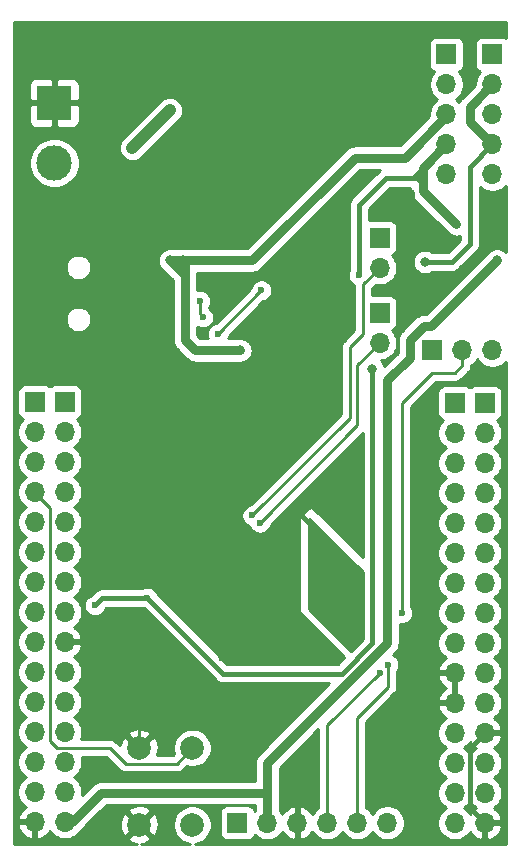
<source format=gbr>
%TF.GenerationSoftware,KiCad,Pcbnew,5.1.7-a382d34a8~87~ubuntu18.04.1*%
%TF.CreationDate,2020-10-15T21:21:34+02:00*%
%TF.ProjectId,veriController,76657269-436f-46e7-9472-6f6c6c65722e,rev?*%
%TF.SameCoordinates,Original*%
%TF.FileFunction,Copper,L2,Bot*%
%TF.FilePolarity,Positive*%
%FSLAX46Y46*%
G04 Gerber Fmt 4.6, Leading zero omitted, Abs format (unit mm)*
G04 Created by KiCad (PCBNEW 5.1.7-a382d34a8~87~ubuntu18.04.1) date 2020-10-15 21:21:34*
%MOMM*%
%LPD*%
G01*
G04 APERTURE LIST*
%TA.AperFunction,ComponentPad*%
%ADD10R,1.700000X1.700000*%
%TD*%
%TA.AperFunction,ComponentPad*%
%ADD11O,1.700000X1.700000*%
%TD*%
%TA.AperFunction,ComponentPad*%
%ADD12R,3.000000X3.000000*%
%TD*%
%TA.AperFunction,ComponentPad*%
%ADD13C,3.000000*%
%TD*%
%TA.AperFunction,ComponentPad*%
%ADD14C,2.000000*%
%TD*%
%TA.AperFunction,ViaPad*%
%ADD15C,0.600000*%
%TD*%
%TA.AperFunction,ViaPad*%
%ADD16C,0.800000*%
%TD*%
%TA.AperFunction,Conductor*%
%ADD17C,1.000000*%
%TD*%
%TA.AperFunction,Conductor*%
%ADD18C,0.250000*%
%TD*%
%TA.AperFunction,Conductor*%
%ADD19C,0.400000*%
%TD*%
%TA.AperFunction,Conductor*%
%ADD20C,0.800000*%
%TD*%
%TA.AperFunction,Conductor*%
%ADD21C,0.254000*%
%TD*%
%TA.AperFunction,Conductor*%
%ADD22C,0.100000*%
%TD*%
G04 APERTURE END LIST*
D10*
%TO.P,J2,1*%
%TO.N,/RE1*%
X46355000Y-91995001D03*
D11*
%TO.P,J2,2*%
%TO.N,/RG0*%
X46355000Y-94535001D03*
%TO.P,J2,3*%
%TO.N,/RG2*%
X46355000Y-97075001D03*
%TO.P,J2,4*%
%TO.N,/~MCLR~*%
X46355000Y-99615001D03*
%TO.P,J2,5*%
%TO.N,/RF7*%
X46355000Y-102155001D03*
%TO.P,J2,6*%
%TO.N,/RF5*%
X46355000Y-104695001D03*
%TO.P,J2,7*%
%TO.N,/RF3*%
X46355000Y-107235001D03*
%TO.P,J2,8*%
%TO.N,/RF1*%
X46355000Y-109775001D03*
%TO.P,J2,9*%
%TO.N,VDDA*%
X46355000Y-112315001D03*
%TO.P,J2,10*%
%TO.N,/RA3*%
X46355000Y-114855001D03*
%TO.P,J2,11*%
%TO.N,/RA1*%
X46355000Y-117395001D03*
%TO.P,J2,12*%
%TO.N,/RA5*%
X46355000Y-119935001D03*
%TO.P,J2,13*%
%TO.N,/RC1*%
X46355000Y-122475001D03*
%TO.P,J2,14*%
%TO.N,TX1*%
X46355000Y-125015001D03*
%TO.P,J2,15*%
%TO.N,GND*%
X46355000Y-127555001D03*
%TD*%
%TO.P,J4,15*%
%TO.N,VDD*%
X48895000Y-127555001D03*
%TO.P,J4,14*%
%TO.N,RX1*%
X48895000Y-125015001D03*
%TO.P,J4,13*%
%TO.N,/RC0*%
X48895000Y-122475001D03*
%TO.P,J4,12*%
%TO.N,/RA4*%
X48895000Y-119935001D03*
%TO.P,J4,11*%
%TO.N,/RA0*%
X48895000Y-117395001D03*
%TO.P,J4,10*%
%TO.N,/RA2*%
X48895000Y-114855001D03*
%TO.P,J4,9*%
%TO.N,GND*%
X48895000Y-112315001D03*
%TO.P,J4,8*%
%TO.N,/RF0*%
X48895000Y-109775001D03*
%TO.P,J4,7*%
%TO.N,/RF2*%
X48895000Y-107235001D03*
%TO.P,J4,6*%
%TO.N,/RF4*%
X48895000Y-104695001D03*
%TO.P,J4,5*%
%TO.N,/RF6*%
X48895000Y-102155001D03*
%TO.P,J4,4*%
%TO.N,/RG4*%
X48895000Y-99615001D03*
%TO.P,J4,3*%
%TO.N,/RG3*%
X48895000Y-97075001D03*
%TO.P,J4,2*%
%TO.N,/RG1*%
X48895000Y-94535001D03*
D10*
%TO.P,J4,1*%
%TO.N,/RE0*%
X48895000Y-91995001D03*
%TD*%
D11*
%TO.P,J5,15*%
%TO.N,VDD*%
X81915000Y-127635000D03*
%TO.P,J5,14*%
%TO.N,/RC2*%
X81915000Y-125095000D03*
%TO.P,J5,13*%
%TO.N,/RC4*%
X81915000Y-122555000D03*
%TO.P,J5,12*%
%TO.N,Net-(J5-Pad12)*%
X81915000Y-120015000D03*
%TO.P,J5,11*%
%TO.N,GND*%
X81915000Y-117475000D03*
%TO.P,J5,10*%
X81915000Y-114935000D03*
%TO.P,J5,9*%
%TO.N,/RB3*%
X81915000Y-112395000D03*
%TO.P,J5,8*%
%TO.N,/RB1*%
X81915000Y-109855000D03*
%TO.P,J5,7*%
%TO.N,/RD7*%
X81915000Y-107315000D03*
%TO.P,J5,6*%
%TO.N,/RD5*%
X81915000Y-104775000D03*
%TO.P,J5,5*%
%TO.N,/RD3*%
X81915000Y-102235000D03*
%TO.P,J5,4*%
%TO.N,/RD1*%
X81915000Y-99695000D03*
%TO.P,J5,3*%
%TO.N,/RE7*%
X81915000Y-97155000D03*
%TO.P,J5,2*%
%TO.N,/RE5*%
X81915000Y-94615000D03*
D10*
%TO.P,J5,1*%
%TO.N,/RE3*%
X81915000Y-92075000D03*
%TD*%
%TO.P,J3,1*%
%TO.N,/RE2*%
X84455000Y-92075000D03*
D11*
%TO.P,J3,2*%
%TO.N,/RE4*%
X84455000Y-94615000D03*
%TO.P,J3,3*%
%TO.N,/RE6*%
X84455000Y-97155000D03*
%TO.P,J3,4*%
%TO.N,/RD0*%
X84455000Y-99695000D03*
%TO.P,J3,5*%
%TO.N,/RD2*%
X84455000Y-102235000D03*
%TO.P,J3,6*%
%TO.N,/RD4*%
X84455000Y-104775000D03*
%TO.P,J3,7*%
%TO.N,/RD6*%
X84455000Y-107315000D03*
%TO.P,J3,8*%
%TO.N,/RB0*%
X84455000Y-109855000D03*
%TO.P,J3,9*%
%TO.N,/RB2*%
X84455000Y-112395000D03*
%TO.P,J3,10*%
%TO.N,/RB4*%
X84455000Y-114935000D03*
%TO.P,J3,11*%
%TO.N,Net-(J3-Pad11)*%
X84455000Y-117475000D03*
%TO.P,J3,12*%
%TO.N,GND*%
X84455000Y-120015000D03*
%TO.P,J3,13*%
%TO.N,/RC5*%
X84455000Y-122555000D03*
%TO.P,J3,14*%
%TO.N,/RC3*%
X84455000Y-125095000D03*
%TO.P,J3,15*%
%TO.N,GND*%
X84455000Y-127635000D03*
%TD*%
D10*
%TO.P,J1,1*%
%TO.N,/~MCLR~*%
X63500000Y-127635000D03*
D11*
%TO.P,J1,2*%
%TO.N,VDD*%
X66040000Y-127635000D03*
%TO.P,J1,3*%
%TO.N,GND*%
X68580000Y-127635000D03*
%TO.P,J1,4*%
%TO.N,/PGD*%
X71120000Y-127635000D03*
%TO.P,J1,5*%
%TO.N,/PGC*%
X73660000Y-127635000D03*
%TO.P,J1,6*%
%TO.N,N/C*%
X76200000Y-127635000D03*
%TD*%
D12*
%TO.P,J6,1*%
%TO.N,GND*%
X48006000Y-66675000D03*
D13*
%TO.P,J6,2*%
%TO.N,Net-(C10-Pad1)*%
X48006000Y-71755000D03*
%TD*%
D10*
%TO.P,J7,1*%
%TO.N,+5V*%
X81200001Y-62570001D03*
D11*
%TO.P,J7,2*%
%TO.N,VDD*%
X81200001Y-65110001D03*
%TO.P,J7,3*%
%TO.N,VBUS*%
X81200001Y-67650001D03*
%TO.P,J7,4*%
%TO.N,VDD*%
X81200001Y-70190001D03*
%TO.P,J7,5*%
%TO.N,+3V3*%
X81200001Y-72730001D03*
%TD*%
%TO.P,J8,5*%
%TO.N,+3V3*%
X85090000Y-72730001D03*
%TO.P,J8,4*%
%TO.N,VDDA*%
X85090000Y-70190001D03*
%TO.P,J8,3*%
%TO.N,VBUS*%
X85090000Y-67650001D03*
%TO.P,J8,2*%
%TO.N,VDDA*%
X85090000Y-65110001D03*
D10*
%TO.P,J8,1*%
%TO.N,+5V*%
X85090000Y-62570001D03*
%TD*%
%TO.P,JP2,1*%
%TO.N,Net-(JP2-Pad1)*%
X75565000Y-84455000D03*
D11*
%TO.P,JP2,2*%
%TO.N,RX1*%
X75565000Y-86995000D03*
%TD*%
%TO.P,JP3,2*%
%TO.N,TX1*%
X75565000Y-80645000D03*
D10*
%TO.P,JP3,1*%
%TO.N,Net-(JP3-Pad1)*%
X75565000Y-78105000D03*
%TD*%
D14*
%TO.P,SW1,2*%
%TO.N,GND*%
X55190000Y-121285000D03*
%TO.P,SW1,1*%
%TO.N,/~MCLR~*%
X59690000Y-121285000D03*
%TO.P,SW1,2*%
%TO.N,GND*%
X55190000Y-127785000D03*
%TO.P,SW1,1*%
%TO.N,/~MCLR~*%
X59690000Y-127785000D03*
%TD*%
D10*
%TO.P,JP1,1*%
%TO.N,GND*%
X80010000Y-87630000D03*
D11*
%TO.P,JP1,2*%
%TO.N,/PGM*%
X82550000Y-87630000D03*
%TO.P,JP1,3*%
%TO.N,VDD*%
X85090000Y-87630000D03*
%TD*%
D15*
%TO.N,GND*%
X65786000Y-86233000D03*
D16*
X58680000Y-69475000D03*
X58680000Y-61855000D03*
X78042500Y-68007500D03*
D15*
X80391000Y-77978000D03*
X78105000Y-74295000D03*
X59055000Y-105410000D03*
X62262894Y-101285821D03*
X60960000Y-99695000D03*
X62230000Y-95885000D03*
X66040000Y-99060000D03*
X68580000Y-95885000D03*
X63500000Y-88900000D03*
X68580000Y-124460000D03*
X62230000Y-113665000D03*
X64135000Y-107950000D03*
X71755000Y-110490000D03*
X73914000Y-112268000D03*
D16*
X62103000Y-77470000D03*
X55499000Y-84836000D03*
D15*
X57658000Y-82550000D03*
D16*
X50038000Y-78359000D03*
X50038000Y-87122000D03*
D15*
X68439277Y-101105723D03*
%TO.N,VDD*%
X73798000Y-81280000D03*
D16*
X85473000Y-80008000D03*
X76581000Y-89789000D03*
X82042000Y-76962000D03*
D15*
%TO.N,VDDA*%
X55880000Y-108585000D03*
X51435000Y-109220000D03*
D16*
X74930000Y-89214971D03*
X79375000Y-80137000D03*
D15*
%TO.N,RX1*%
X65405000Y-102235000D03*
%TO.N,TX1*%
X64770000Y-101600000D03*
%TO.N,/PGD*%
X75565000Y-114935000D03*
D16*
%TO.N,VBUS*%
X57785000Y-80010000D03*
X63754000Y-87630000D03*
X58928000Y-80010000D03*
D15*
%TO.N,/PGC*%
X76272108Y-114227892D03*
D16*
%TO.N,Net-(C10-Pad1)*%
X57785000Y-67310000D03*
X54610000Y-70485000D03*
D15*
%TO.N,Net-(C21-Pad2)*%
X65532000Y-82550000D03*
X61849000Y-86233000D03*
%TO.N,/PGM*%
X77470000Y-109855000D03*
%TO.N,Net-(R7-Pad1)*%
X60325000Y-83439000D03*
X60579000Y-84836000D03*
%TD*%
D17*
%TO.N,GND*%
X58680000Y-61855000D02*
X59690000Y-62865000D01*
X76575000Y-69475000D02*
X78042500Y-68007500D01*
X59690000Y-69215000D02*
X59430000Y-69475000D01*
X59690000Y-62865000D02*
X59690000Y-69215000D01*
X58680000Y-69475000D02*
X59430000Y-69475000D01*
X59430000Y-69475000D02*
X76575000Y-69475000D01*
D18*
X59055000Y-105410000D02*
X62230000Y-102235000D01*
X62230000Y-102235000D02*
X62230000Y-101318715D01*
X62230000Y-101318715D02*
X62262894Y-101285821D01*
X60960000Y-99695000D02*
X60960000Y-99982927D01*
X62230000Y-95885000D02*
X62865000Y-95885000D01*
X62865000Y-95885000D02*
X63217059Y-95885000D01*
X66040000Y-98707941D02*
X66040000Y-99060000D01*
X67945000Y-95885000D02*
X65581029Y-98248971D01*
X68580000Y-95885000D02*
X67945000Y-95885000D01*
X63676029Y-96343971D02*
X66040000Y-98707941D01*
X61768536Y-100791464D02*
X64946029Y-97613971D01*
X64946029Y-97613971D02*
X65581029Y-98248971D01*
X63217059Y-95885000D02*
X64946029Y-97613971D01*
X61768536Y-100791464D02*
X62262894Y-101285821D01*
X60960000Y-99982927D02*
X61768536Y-100791464D01*
X63500000Y-95602059D02*
X63217059Y-95885000D01*
X63500000Y-88900000D02*
X63500000Y-95602059D01*
X55190000Y-121285000D02*
X55190000Y-116785000D01*
X50720001Y-112315001D02*
X49530000Y-112315001D01*
X55190000Y-116785000D02*
X50720001Y-112315001D01*
D19*
X68580000Y-127635000D02*
X68580000Y-124460000D01*
D20*
X58680000Y-77095000D02*
X59055000Y-77470000D01*
X58680000Y-69475000D02*
X58680000Y-77095000D01*
D19*
X83165001Y-121304999D02*
X84455000Y-120015000D01*
X83165001Y-126345001D02*
X83165001Y-121304999D01*
X84455000Y-127635000D02*
X83165001Y-126345001D01*
X62230000Y-109855000D02*
X62230000Y-111125000D01*
X62230000Y-113665000D02*
X62230000Y-111760000D01*
X62230000Y-111760000D02*
X62230000Y-111125000D01*
X81915000Y-117475000D02*
X81915000Y-114935000D01*
D20*
X59055000Y-77470000D02*
X62103000Y-77470000D01*
X59055000Y-77470000D02*
X58674000Y-77470000D01*
D19*
X55626000Y-82550000D02*
X55499000Y-82423000D01*
X57658000Y-82550000D02*
X55626000Y-82550000D01*
D20*
X55499000Y-80645000D02*
X55499000Y-82423000D01*
X55499000Y-82423000D02*
X55499000Y-84836000D01*
X80391000Y-77978000D02*
X78105000Y-75692000D01*
X78105000Y-75692000D02*
X78105000Y-74295000D01*
X58674000Y-77470000D02*
X58166000Y-77978000D01*
X57785000Y-78359000D02*
X58166000Y-77978000D01*
X55499000Y-78486000D02*
X55372000Y-78359000D01*
X55499000Y-80645000D02*
X55499000Y-78486000D01*
X55372000Y-78359000D02*
X57785000Y-78359000D01*
X53213000Y-87122000D02*
X55499000Y-84836000D01*
X50038000Y-87122000D02*
X53213000Y-87122000D01*
X50038000Y-78359000D02*
X50546000Y-78359000D01*
X50546000Y-78359000D02*
X55118000Y-78359000D01*
D19*
X66040000Y-99060000D02*
X63500000Y-101600000D01*
X64135000Y-107950000D02*
X63500000Y-108585000D01*
X63500000Y-108585000D02*
X62230000Y-109855000D01*
X64135000Y-107950000D02*
X63500000Y-107950000D01*
X63500000Y-101600000D02*
X63500000Y-107950000D01*
X63500000Y-107950000D02*
X63500000Y-108585000D01*
X72136000Y-110490000D02*
X73914000Y-112268000D01*
X71755000Y-110490000D02*
X72136000Y-110490000D01*
X72136000Y-104802446D02*
X68439277Y-101105723D01*
X72136000Y-110490000D02*
X72136000Y-104802446D01*
D20*
%TO.N,VDD*%
X49530000Y-127555001D02*
X51990001Y-125095000D01*
X51990001Y-125095000D02*
X64770000Y-125095000D01*
X66040000Y-126365000D02*
X66040000Y-127635000D01*
D18*
X81200001Y-70190001D02*
X80775001Y-70615001D01*
D19*
X80775001Y-70615001D02*
X79187501Y-72202501D01*
D20*
X81200001Y-70190001D02*
X79187501Y-72202501D01*
D19*
X79187501Y-72202501D02*
X78365002Y-73025000D01*
D20*
X79187501Y-74107501D02*
X81280000Y-76200000D01*
D19*
X78365002Y-73025000D02*
X78740000Y-73025000D01*
D20*
X79187501Y-72202501D02*
X79187501Y-73472501D01*
D19*
X78740000Y-73025000D02*
X79187501Y-73472501D01*
D20*
X79187501Y-73472501D02*
X79187501Y-74107501D01*
X65913000Y-125095000D02*
X66040000Y-124968000D01*
X64770000Y-125095000D02*
X65913000Y-125095000D01*
X66040000Y-127635000D02*
X66040000Y-124968000D01*
D19*
X73798000Y-75300000D02*
X76073000Y-73025000D01*
X73798000Y-81280000D02*
X73798000Y-75300000D01*
X78365002Y-73025000D02*
X76073000Y-73025000D01*
D20*
X81280000Y-76200000D02*
X82042000Y-76962000D01*
X66040000Y-122555000D02*
X66040000Y-124968000D01*
X85473000Y-80008000D02*
X79883000Y-85598000D01*
X79883000Y-85598000D02*
X79261998Y-85598000D01*
X76200000Y-112395000D02*
X66040000Y-122555000D01*
X79261998Y-85598000D02*
X78105000Y-86754998D01*
X78105000Y-86754998D02*
X78105000Y-88265000D01*
X78105000Y-88265000D02*
X76200000Y-90170000D01*
X76200000Y-90170000D02*
X76200000Y-112395000D01*
D19*
%TO.N,VDDA*%
X52070000Y-108585000D02*
X51435000Y-109220000D01*
X55880000Y-108585000D02*
X52070000Y-108585000D01*
X85090000Y-70190001D02*
X83185000Y-72095001D01*
D20*
X85090000Y-65110001D02*
X83185000Y-67015001D01*
X83185000Y-68285001D02*
X85090000Y-70190001D01*
X83185000Y-67015001D02*
X83185000Y-68285001D01*
D19*
X79375000Y-80137000D02*
X81661000Y-80137000D01*
X83185000Y-72095001D02*
X83185000Y-78613000D01*
X55880000Y-108585000D02*
X62295001Y-115000001D01*
X62295001Y-115000001D02*
X72324999Y-115000001D01*
X81661000Y-80137000D02*
X83185000Y-78613000D01*
X72324999Y-115000001D02*
X74930000Y-112395000D01*
X74930000Y-89408000D02*
X74930000Y-89214971D01*
X74930000Y-112395000D02*
X74930000Y-89408000D01*
D18*
%TO.N,/~MCLR~*%
X59690000Y-121285000D02*
X58364999Y-122610001D01*
X54030001Y-122610001D02*
X52720000Y-121300000D01*
X58364999Y-122610001D02*
X54030001Y-122610001D01*
X52720000Y-121300000D02*
X48251000Y-121300000D01*
X47625000Y-120674000D02*
X47867000Y-120916000D01*
X46275001Y-99615001D02*
X47625000Y-100965000D01*
X48251000Y-121300000D02*
X47867000Y-120916000D01*
X47625000Y-100965000D02*
X47625000Y-120674000D01*
%TO.N,RX1*%
X65405000Y-102235000D02*
X73660000Y-93980000D01*
X73660000Y-88900000D02*
X73660000Y-89154000D01*
X75565000Y-86995000D02*
X73660000Y-88900000D01*
X73660000Y-93980000D02*
X73660000Y-89154000D01*
%TO.N,TX1*%
X73025000Y-87376000D02*
X74168000Y-86233000D01*
X64770000Y-101600000D02*
X73025000Y-93345000D01*
X73025000Y-93345000D02*
X73025000Y-87376000D01*
X74168000Y-82042000D02*
X75565000Y-80645000D01*
X74168000Y-82804000D02*
X74168000Y-82042000D01*
X74168000Y-82804000D02*
X74168000Y-82550000D01*
X74168000Y-86233000D02*
X74168000Y-82804000D01*
%TO.N,/PGD*%
X71120000Y-121970548D02*
X71120000Y-127635000D01*
X71120000Y-121970548D02*
X71120000Y-119380000D01*
X71120000Y-119380000D02*
X75565000Y-114935000D01*
D19*
%TO.N,VBUS*%
X60706000Y-87630000D02*
X61341000Y-87630000D01*
X61341000Y-87630000D02*
X61976000Y-87630000D01*
D20*
X60643998Y-87630000D02*
X60706000Y-87630000D01*
X60643998Y-87630000D02*
X61976000Y-87630000D01*
X59944000Y-87630000D02*
X60643998Y-87630000D01*
X61976000Y-87630000D02*
X63754000Y-87630000D01*
X59944000Y-87630000D02*
X59055000Y-86741000D01*
X59055000Y-81280000D02*
X57785000Y-80010000D01*
X59055000Y-86741000D02*
X59055000Y-81280000D01*
X77667499Y-71317499D02*
X81200001Y-67784997D01*
X73462501Y-71317499D02*
X77667499Y-71317499D01*
X81200001Y-67784997D02*
X81200001Y-67650001D01*
X64770000Y-80010000D02*
X73462501Y-71317499D01*
X59055000Y-81280000D02*
X59055000Y-80137000D01*
X59055000Y-80137000D02*
X58928000Y-80010000D01*
X57785000Y-80010000D02*
X58928000Y-80010000D01*
X58928000Y-80010000D02*
X64770000Y-80010000D01*
D18*
%TO.N,/PGC*%
X73660000Y-127635000D02*
X73660000Y-120650000D01*
X73660000Y-120650000D02*
X73660000Y-118745000D01*
X73660000Y-118745000D02*
X76290001Y-116114999D01*
X76290001Y-116114999D02*
X76290001Y-114245785D01*
X76290001Y-114245785D02*
X76272108Y-114227892D01*
D17*
%TO.N,Net-(C10-Pad1)*%
X57785000Y-67310000D02*
X54610000Y-70485000D01*
D18*
%TO.N,Net-(C21-Pad2)*%
X61849000Y-86233000D02*
X65532000Y-82550000D01*
%TO.N,/PGM*%
X77470000Y-109855000D02*
X77470000Y-92075000D01*
X77470000Y-92075000D02*
X80010000Y-89535000D01*
X80010000Y-89535000D02*
X81915000Y-89535000D01*
X82550000Y-88900000D02*
X82550000Y-87630000D01*
X81915000Y-89535000D02*
X82550000Y-88900000D01*
%TO.N,Net-(R7-Pad1)*%
X60325000Y-83439000D02*
X60325000Y-84582000D01*
X60325000Y-84582000D02*
X60579000Y-84836000D01*
%TD*%
D21*
%TO.N,GND*%
X86233000Y-61156594D02*
X86184180Y-61130499D01*
X86064482Y-61094189D01*
X85940000Y-61081929D01*
X84240000Y-61081929D01*
X84115518Y-61094189D01*
X83995820Y-61130499D01*
X83885506Y-61189464D01*
X83788815Y-61268816D01*
X83709463Y-61365507D01*
X83650498Y-61475821D01*
X83614188Y-61595519D01*
X83601928Y-61720001D01*
X83601928Y-63420001D01*
X83614188Y-63544483D01*
X83650498Y-63664181D01*
X83709463Y-63774495D01*
X83788815Y-63871186D01*
X83885506Y-63950538D01*
X83995820Y-64009503D01*
X84068380Y-64031514D01*
X83936525Y-64163369D01*
X83774010Y-64406590D01*
X83662068Y-64676843D01*
X83605000Y-64963741D01*
X83605000Y-65131290D01*
X82489097Y-66247194D01*
X82449604Y-66279605D01*
X82320266Y-66437204D01*
X82239122Y-66589015D01*
X82146633Y-66496526D01*
X81972241Y-66380001D01*
X82146633Y-66263476D01*
X82353476Y-66056633D01*
X82515991Y-65813412D01*
X82627933Y-65543159D01*
X82685001Y-65256261D01*
X82685001Y-64963741D01*
X82627933Y-64676843D01*
X82515991Y-64406590D01*
X82353476Y-64163369D01*
X82221621Y-64031514D01*
X82294181Y-64009503D01*
X82404495Y-63950538D01*
X82501186Y-63871186D01*
X82580538Y-63774495D01*
X82639503Y-63664181D01*
X82675813Y-63544483D01*
X82688073Y-63420001D01*
X82688073Y-61720001D01*
X82675813Y-61595519D01*
X82639503Y-61475821D01*
X82580538Y-61365507D01*
X82501186Y-61268816D01*
X82404495Y-61189464D01*
X82294181Y-61130499D01*
X82174483Y-61094189D01*
X82050001Y-61081929D01*
X80350001Y-61081929D01*
X80225519Y-61094189D01*
X80105821Y-61130499D01*
X79995507Y-61189464D01*
X79898816Y-61268816D01*
X79819464Y-61365507D01*
X79760499Y-61475821D01*
X79724189Y-61595519D01*
X79711929Y-61720001D01*
X79711929Y-63420001D01*
X79724189Y-63544483D01*
X79760499Y-63664181D01*
X79819464Y-63774495D01*
X79898816Y-63871186D01*
X79995507Y-63950538D01*
X80105821Y-64009503D01*
X80178381Y-64031514D01*
X80046526Y-64163369D01*
X79884011Y-64406590D01*
X79772069Y-64676843D01*
X79715001Y-64963741D01*
X79715001Y-65256261D01*
X79772069Y-65543159D01*
X79884011Y-65813412D01*
X80046526Y-66056633D01*
X80253369Y-66263476D01*
X80427761Y-66380001D01*
X80253369Y-66496526D01*
X80046526Y-66703369D01*
X79884011Y-66946590D01*
X79772069Y-67216843D01*
X79715001Y-67503741D01*
X79715001Y-67796261D01*
X79716664Y-67804623D01*
X77238789Y-70282499D01*
X73513336Y-70282499D01*
X73462501Y-70277492D01*
X73411666Y-70282499D01*
X73411663Y-70282499D01*
X73259606Y-70297475D01*
X73064508Y-70356658D01*
X72996711Y-70392896D01*
X72884703Y-70452765D01*
X72845425Y-70485000D01*
X72727105Y-70582103D01*
X72694698Y-70621591D01*
X64341290Y-78975000D01*
X58978828Y-78975000D01*
X58928000Y-78969994D01*
X58877172Y-78975000D01*
X57835828Y-78975000D01*
X57785000Y-78969994D01*
X57734172Y-78975000D01*
X57683061Y-78975000D01*
X57632943Y-78984969D01*
X57582105Y-78989976D01*
X57533223Y-79004804D01*
X57483102Y-79014774D01*
X57435887Y-79034331D01*
X57387007Y-79049159D01*
X57341958Y-79073238D01*
X57294744Y-79092795D01*
X57252254Y-79121186D01*
X57207203Y-79145266D01*
X57167716Y-79177672D01*
X57125226Y-79206063D01*
X57089092Y-79242197D01*
X57049604Y-79274604D01*
X57017197Y-79314092D01*
X56981063Y-79350226D01*
X56952672Y-79392716D01*
X56920266Y-79432203D01*
X56896186Y-79477254D01*
X56867795Y-79519744D01*
X56848238Y-79566958D01*
X56824159Y-79612007D01*
X56809331Y-79660887D01*
X56789774Y-79708102D01*
X56779804Y-79758223D01*
X56764976Y-79807105D01*
X56759969Y-79857943D01*
X56750000Y-79908061D01*
X56750000Y-79959162D01*
X56744993Y-80010000D01*
X56750000Y-80060838D01*
X56750000Y-80111939D01*
X56759969Y-80162057D01*
X56764976Y-80212895D01*
X56779804Y-80261777D01*
X56789774Y-80311898D01*
X56809331Y-80359113D01*
X56824159Y-80407993D01*
X56848238Y-80453042D01*
X56867795Y-80500256D01*
X56896186Y-80542746D01*
X56920266Y-80587797D01*
X56952672Y-80627284D01*
X56981063Y-80669774D01*
X57017196Y-80705907D01*
X57049604Y-80745396D01*
X57089092Y-80777803D01*
X57125226Y-80813937D01*
X57125229Y-80813939D01*
X58020001Y-81708712D01*
X58020000Y-86690172D01*
X58014994Y-86741000D01*
X58020000Y-86791828D01*
X58020000Y-86791837D01*
X58034976Y-86943894D01*
X58094159Y-87138992D01*
X58190266Y-87318797D01*
X58319604Y-87476396D01*
X58359097Y-87508807D01*
X59176197Y-88325908D01*
X59208604Y-88365396D01*
X59248092Y-88397803D01*
X59366202Y-88494734D01*
X59411650Y-88519026D01*
X59546007Y-88590841D01*
X59741105Y-88650024D01*
X59893162Y-88665000D01*
X59893165Y-88665000D01*
X59944000Y-88670007D01*
X59994835Y-88665000D01*
X63855939Y-88665000D01*
X63906057Y-88655031D01*
X63956895Y-88650024D01*
X64005777Y-88635196D01*
X64055898Y-88625226D01*
X64103113Y-88605669D01*
X64151993Y-88590841D01*
X64197042Y-88566762D01*
X64244256Y-88547205D01*
X64286746Y-88518814D01*
X64331797Y-88494734D01*
X64371284Y-88462328D01*
X64413774Y-88433937D01*
X64449908Y-88397803D01*
X64489396Y-88365396D01*
X64521803Y-88325908D01*
X64557937Y-88289774D01*
X64586328Y-88247284D01*
X64618734Y-88207797D01*
X64642814Y-88162746D01*
X64671205Y-88120256D01*
X64690762Y-88073042D01*
X64714841Y-88027993D01*
X64729669Y-87979113D01*
X64749226Y-87931898D01*
X64759196Y-87881777D01*
X64774024Y-87832895D01*
X64779031Y-87782057D01*
X64789000Y-87731939D01*
X64789000Y-87680838D01*
X64794007Y-87630000D01*
X64789000Y-87579162D01*
X64789000Y-87528061D01*
X64779031Y-87477943D01*
X64774024Y-87427105D01*
X64759196Y-87378223D01*
X64749226Y-87328102D01*
X64729669Y-87280887D01*
X64714841Y-87232007D01*
X64690762Y-87186958D01*
X64671205Y-87139744D01*
X64642814Y-87097254D01*
X64618734Y-87052203D01*
X64586328Y-87012716D01*
X64557937Y-86970226D01*
X64521803Y-86934092D01*
X64489396Y-86894604D01*
X64449908Y-86862197D01*
X64413774Y-86826063D01*
X64371284Y-86797672D01*
X64331797Y-86765266D01*
X64286746Y-86741186D01*
X64244256Y-86712795D01*
X64197042Y-86693238D01*
X64151993Y-86669159D01*
X64103113Y-86654331D01*
X64055898Y-86634774D01*
X64005777Y-86624804D01*
X63956895Y-86609976D01*
X63906057Y-86604969D01*
X63855939Y-86595000D01*
X62711091Y-86595000D01*
X62748068Y-86505729D01*
X62772153Y-86384648D01*
X65683649Y-83473153D01*
X65804729Y-83449068D01*
X65974889Y-83378586D01*
X66128028Y-83276262D01*
X66258262Y-83146028D01*
X66360586Y-82992889D01*
X66431068Y-82822729D01*
X66467000Y-82642089D01*
X66467000Y-82457911D01*
X66431068Y-82277271D01*
X66360586Y-82107111D01*
X66258262Y-81953972D01*
X66128028Y-81823738D01*
X65974889Y-81721414D01*
X65804729Y-81650932D01*
X65624089Y-81615000D01*
X65439911Y-81615000D01*
X65259271Y-81650932D01*
X65089111Y-81721414D01*
X64935972Y-81823738D01*
X64805738Y-81953972D01*
X64703414Y-82107111D01*
X64632932Y-82277271D01*
X64608847Y-82398351D01*
X61697352Y-85309847D01*
X61576271Y-85333932D01*
X61406111Y-85404414D01*
X61252972Y-85506738D01*
X61122738Y-85636972D01*
X61020414Y-85790111D01*
X60949932Y-85960271D01*
X60914000Y-86140911D01*
X60914000Y-86325089D01*
X60949932Y-86505729D01*
X60986909Y-86595000D01*
X60372711Y-86595000D01*
X60090000Y-86312290D01*
X60090000Y-85633776D01*
X60136111Y-85664586D01*
X60306271Y-85735068D01*
X60486911Y-85771000D01*
X60671089Y-85771000D01*
X60851729Y-85735068D01*
X61021889Y-85664586D01*
X61175028Y-85562262D01*
X61305262Y-85432028D01*
X61407586Y-85278889D01*
X61478068Y-85108729D01*
X61514000Y-84928089D01*
X61514000Y-84743911D01*
X61478068Y-84563271D01*
X61407586Y-84393111D01*
X61305262Y-84239972D01*
X61175028Y-84109738D01*
X61085000Y-84049583D01*
X61085000Y-83984535D01*
X61153586Y-83881889D01*
X61224068Y-83711729D01*
X61260000Y-83531089D01*
X61260000Y-83346911D01*
X61224068Y-83166271D01*
X61153586Y-82996111D01*
X61051262Y-82842972D01*
X60921028Y-82712738D01*
X60767889Y-82610414D01*
X60597729Y-82539932D01*
X60417089Y-82504000D01*
X60232911Y-82504000D01*
X60090000Y-82532427D01*
X60090000Y-81330827D01*
X60095006Y-81279999D01*
X60090000Y-81229171D01*
X60090000Y-81045000D01*
X64719172Y-81045000D01*
X64770000Y-81050006D01*
X64820828Y-81045000D01*
X64820838Y-81045000D01*
X64972895Y-81030024D01*
X65167993Y-80970841D01*
X65347797Y-80874734D01*
X65505396Y-80745396D01*
X65537807Y-80705903D01*
X73891212Y-72352499D01*
X75576227Y-72352499D01*
X75511772Y-72405396D01*
X75479709Y-72431709D01*
X75453563Y-72463568D01*
X73236574Y-74680559D01*
X73204710Y-74706709D01*
X73178562Y-74738571D01*
X73100364Y-74833855D01*
X73022828Y-74978914D01*
X72975082Y-75136312D01*
X72958960Y-75300000D01*
X72963001Y-75341028D01*
X72963000Y-80852596D01*
X72898932Y-81007271D01*
X72863000Y-81187911D01*
X72863000Y-81372089D01*
X72898932Y-81552729D01*
X72969414Y-81722889D01*
X73071738Y-81876028D01*
X73201972Y-82006262D01*
X73355111Y-82108586D01*
X73408000Y-82130493D01*
X73408000Y-82841332D01*
X73408001Y-82841342D01*
X73408000Y-85918198D01*
X72513998Y-86812201D01*
X72485000Y-86835999D01*
X72461202Y-86864997D01*
X72461201Y-86864998D01*
X72390026Y-86951724D01*
X72319454Y-87083754D01*
X72301184Y-87143986D01*
X72275998Y-87227014D01*
X72268400Y-87304160D01*
X72261324Y-87376000D01*
X72265001Y-87413332D01*
X72265000Y-93030198D01*
X64618352Y-100676847D01*
X64497271Y-100700932D01*
X64327111Y-100771414D01*
X64173972Y-100873738D01*
X64043738Y-101003972D01*
X63941414Y-101157111D01*
X63870932Y-101327271D01*
X63835000Y-101507911D01*
X63835000Y-101692089D01*
X63870932Y-101872729D01*
X63941414Y-102042889D01*
X64043738Y-102196028D01*
X64173972Y-102326262D01*
X64327111Y-102428586D01*
X64497271Y-102499068D01*
X64504495Y-102500505D01*
X64505932Y-102507729D01*
X64576414Y-102677889D01*
X64678738Y-102831028D01*
X64808972Y-102961262D01*
X64962111Y-103063586D01*
X65132271Y-103134068D01*
X65312911Y-103170000D01*
X65497089Y-103170000D01*
X65677729Y-103134068D01*
X65847889Y-103063586D01*
X66001028Y-102961262D01*
X66131262Y-102831028D01*
X66233586Y-102677889D01*
X66304068Y-102507729D01*
X66328153Y-102386648D01*
X74095001Y-94619801D01*
X74095000Y-105157394D01*
X69812803Y-100875197D01*
X69793557Y-100859403D01*
X69771601Y-100847667D01*
X69747776Y-100840440D01*
X69723000Y-100838000D01*
X69698224Y-100840440D01*
X69674399Y-100847667D01*
X69652443Y-100859403D01*
X69633197Y-100875197D01*
X68908394Y-101600000D01*
X68834000Y-101600000D01*
X68809224Y-101602440D01*
X68785399Y-101609667D01*
X68763443Y-101621403D01*
X68744197Y-101637197D01*
X68728403Y-101656443D01*
X68716667Y-101678399D01*
X68709440Y-101702224D01*
X68707000Y-101727000D01*
X68707000Y-109728000D01*
X68709440Y-109752776D01*
X68716667Y-109776601D01*
X68728403Y-109798557D01*
X68744197Y-109817803D01*
X72535263Y-113608869D01*
X71979132Y-114165001D01*
X62640869Y-114165001D01*
X56772655Y-108296788D01*
X56708586Y-108142111D01*
X56606262Y-107988972D01*
X56476028Y-107858738D01*
X56322889Y-107756414D01*
X56152729Y-107685932D01*
X55972089Y-107650000D01*
X55787911Y-107650000D01*
X55607271Y-107685932D01*
X55452596Y-107750000D01*
X52111018Y-107750000D01*
X52070000Y-107745960D01*
X52028982Y-107750000D01*
X52028981Y-107750000D01*
X51906311Y-107762082D01*
X51748913Y-107809828D01*
X51603854Y-107887364D01*
X51541652Y-107938412D01*
X51476709Y-107991709D01*
X51450562Y-108023569D01*
X51146786Y-108327346D01*
X50992111Y-108391414D01*
X50838972Y-108493738D01*
X50708738Y-108623972D01*
X50606414Y-108777111D01*
X50535932Y-108947271D01*
X50500000Y-109127911D01*
X50500000Y-109312089D01*
X50535932Y-109492729D01*
X50606414Y-109662889D01*
X50708738Y-109816028D01*
X50838972Y-109946262D01*
X50992111Y-110048586D01*
X51162271Y-110119068D01*
X51342911Y-110155000D01*
X51527089Y-110155000D01*
X51707729Y-110119068D01*
X51877889Y-110048586D01*
X52031028Y-109946262D01*
X52161262Y-109816028D01*
X52263586Y-109662889D01*
X52327654Y-109508214D01*
X52415868Y-109420000D01*
X55452596Y-109420000D01*
X55591788Y-109477655D01*
X61675560Y-115561428D01*
X61701710Y-115593292D01*
X61828855Y-115697637D01*
X61973914Y-115775173D01*
X62131312Y-115822919D01*
X62253982Y-115835001D01*
X62253992Y-115835001D01*
X62295000Y-115839040D01*
X62336008Y-115835001D01*
X71296288Y-115835001D01*
X65344097Y-121787193D01*
X65304604Y-121819604D01*
X65175266Y-121977203D01*
X65079159Y-122157008D01*
X65019976Y-122352106D01*
X65005000Y-122504163D01*
X65005000Y-122504172D01*
X64999994Y-122555000D01*
X65005000Y-122605828D01*
X65005001Y-124060000D01*
X52040836Y-124060000D01*
X51990001Y-124054993D01*
X51939166Y-124060000D01*
X51939163Y-124060000D01*
X51787106Y-124074976D01*
X51592008Y-124134159D01*
X51565425Y-124148368D01*
X51412203Y-124230266D01*
X51313110Y-124311590D01*
X51254605Y-124359604D01*
X51222198Y-124399092D01*
X50360128Y-125261162D01*
X50380000Y-125161261D01*
X50380000Y-124868741D01*
X50322932Y-124581843D01*
X50210990Y-124311590D01*
X50048475Y-124068369D01*
X49841632Y-123861526D01*
X49667240Y-123745001D01*
X49841632Y-123628476D01*
X50048475Y-123421633D01*
X50210990Y-123178412D01*
X50322932Y-122908159D01*
X50380000Y-122621261D01*
X50380000Y-122328741D01*
X50326544Y-122060000D01*
X52405199Y-122060000D01*
X53466202Y-123121004D01*
X53490000Y-123150002D01*
X53605725Y-123244975D01*
X53737754Y-123315547D01*
X53881015Y-123359004D01*
X53992668Y-123370001D01*
X53992677Y-123370001D01*
X54030000Y-123373677D01*
X54067323Y-123370001D01*
X58327677Y-123370001D01*
X58364999Y-123373677D01*
X58402321Y-123370001D01*
X58402332Y-123370001D01*
X58513985Y-123359004D01*
X58657246Y-123315547D01*
X58789275Y-123244975D01*
X58905000Y-123150002D01*
X58928802Y-123120999D01*
X59198624Y-122851177D01*
X59213088Y-122857168D01*
X59528967Y-122920000D01*
X59851033Y-122920000D01*
X60166912Y-122857168D01*
X60464463Y-122733918D01*
X60732252Y-122554987D01*
X60959987Y-122327252D01*
X61138918Y-122059463D01*
X61262168Y-121761912D01*
X61325000Y-121446033D01*
X61325000Y-121123967D01*
X61262168Y-120808088D01*
X61138918Y-120510537D01*
X60959987Y-120242748D01*
X60732252Y-120015013D01*
X60464463Y-119836082D01*
X60166912Y-119712832D01*
X59851033Y-119650000D01*
X59528967Y-119650000D01*
X59213088Y-119712832D01*
X58915537Y-119836082D01*
X58647748Y-120015013D01*
X58420013Y-120242748D01*
X58241082Y-120510537D01*
X58117832Y-120808088D01*
X58055000Y-121123967D01*
X58055000Y-121446033D01*
X58117832Y-121761912D01*
X58123823Y-121776376D01*
X58050198Y-121850001D01*
X56732127Y-121850001D01*
X56812384Y-121543892D01*
X56831718Y-121222405D01*
X56787961Y-120903325D01*
X56682795Y-120598912D01*
X56589814Y-120424956D01*
X56325413Y-120329192D01*
X55369605Y-121285000D01*
X55383748Y-121299143D01*
X55204143Y-121478748D01*
X55190000Y-121464605D01*
X55175858Y-121478748D01*
X54996253Y-121299143D01*
X55010395Y-121285000D01*
X54054587Y-120329192D01*
X53790186Y-120424956D01*
X53649296Y-120714571D01*
X53567616Y-121026108D01*
X53564966Y-121070165D01*
X53283804Y-120789003D01*
X53260001Y-120759999D01*
X53144276Y-120665026D01*
X53012247Y-120594454D01*
X52868986Y-120550997D01*
X52757333Y-120540000D01*
X52757322Y-120540000D01*
X52720000Y-120536324D01*
X52682678Y-120540000D01*
X50251753Y-120540000D01*
X50322932Y-120368159D01*
X50366409Y-120149587D01*
X54234192Y-120149587D01*
X55190000Y-121105395D01*
X56145808Y-120149587D01*
X56050044Y-119885186D01*
X55760429Y-119744296D01*
X55448892Y-119662616D01*
X55127405Y-119643282D01*
X54808325Y-119687039D01*
X54503912Y-119792205D01*
X54329956Y-119885186D01*
X54234192Y-120149587D01*
X50366409Y-120149587D01*
X50380000Y-120081261D01*
X50380000Y-119788741D01*
X50322932Y-119501843D01*
X50210990Y-119231590D01*
X50048475Y-118988369D01*
X49841632Y-118781526D01*
X49667240Y-118665001D01*
X49841632Y-118548476D01*
X50048475Y-118341633D01*
X50210990Y-118098412D01*
X50322932Y-117828159D01*
X50380000Y-117541261D01*
X50380000Y-117248741D01*
X50322932Y-116961843D01*
X50210990Y-116691590D01*
X50048475Y-116448369D01*
X49841632Y-116241526D01*
X49667240Y-116125001D01*
X49841632Y-116008476D01*
X50048475Y-115801633D01*
X50210990Y-115558412D01*
X50322932Y-115288159D01*
X50380000Y-115001261D01*
X50380000Y-114708741D01*
X50322932Y-114421843D01*
X50210990Y-114151590D01*
X50048475Y-113908369D01*
X49841632Y-113701526D01*
X49659466Y-113579806D01*
X49776355Y-113510179D01*
X49992588Y-113315270D01*
X50166641Y-113081921D01*
X50291825Y-112819100D01*
X50336476Y-112671891D01*
X50215155Y-112442001D01*
X49022000Y-112442001D01*
X49022000Y-112462001D01*
X48768000Y-112462001D01*
X48768000Y-112442001D01*
X48748000Y-112442001D01*
X48748000Y-112188001D01*
X48768000Y-112188001D01*
X48768000Y-112168001D01*
X49022000Y-112168001D01*
X49022000Y-112188001D01*
X50215155Y-112188001D01*
X50336476Y-111958111D01*
X50291825Y-111810902D01*
X50166641Y-111548081D01*
X49992588Y-111314732D01*
X49776355Y-111119823D01*
X49659466Y-111050196D01*
X49841632Y-110928476D01*
X50048475Y-110721633D01*
X50210990Y-110478412D01*
X50322932Y-110208159D01*
X50380000Y-109921261D01*
X50380000Y-109628741D01*
X50322932Y-109341843D01*
X50210990Y-109071590D01*
X50048475Y-108828369D01*
X49841632Y-108621526D01*
X49667240Y-108505001D01*
X49841632Y-108388476D01*
X50048475Y-108181633D01*
X50210990Y-107938412D01*
X50322932Y-107668159D01*
X50380000Y-107381261D01*
X50380000Y-107088741D01*
X50322932Y-106801843D01*
X50210990Y-106531590D01*
X50048475Y-106288369D01*
X49841632Y-106081526D01*
X49667240Y-105965001D01*
X49841632Y-105848476D01*
X50048475Y-105641633D01*
X50210990Y-105398412D01*
X50322932Y-105128159D01*
X50380000Y-104841261D01*
X50380000Y-104548741D01*
X50322932Y-104261843D01*
X50210990Y-103991590D01*
X50048475Y-103748369D01*
X49841632Y-103541526D01*
X49667240Y-103425001D01*
X49841632Y-103308476D01*
X50048475Y-103101633D01*
X50210990Y-102858412D01*
X50322932Y-102588159D01*
X50380000Y-102301261D01*
X50380000Y-102008741D01*
X50322932Y-101721843D01*
X50210990Y-101451590D01*
X50048475Y-101208369D01*
X49841632Y-101001526D01*
X49667240Y-100885001D01*
X49841632Y-100768476D01*
X50048475Y-100561633D01*
X50210990Y-100318412D01*
X50322932Y-100048159D01*
X50380000Y-99761261D01*
X50380000Y-99468741D01*
X50322932Y-99181843D01*
X50210990Y-98911590D01*
X50048475Y-98668369D01*
X49841632Y-98461526D01*
X49667240Y-98345001D01*
X49841632Y-98228476D01*
X50048475Y-98021633D01*
X50210990Y-97778412D01*
X50322932Y-97508159D01*
X50380000Y-97221261D01*
X50380000Y-96928741D01*
X50322932Y-96641843D01*
X50210990Y-96371590D01*
X50048475Y-96128369D01*
X49841632Y-95921526D01*
X49667240Y-95805001D01*
X49841632Y-95688476D01*
X50048475Y-95481633D01*
X50210990Y-95238412D01*
X50322932Y-94968159D01*
X50380000Y-94681261D01*
X50380000Y-94388741D01*
X50322932Y-94101843D01*
X50210990Y-93831590D01*
X50048475Y-93588369D01*
X49916620Y-93456514D01*
X49989180Y-93434503D01*
X50099494Y-93375538D01*
X50196185Y-93296186D01*
X50275537Y-93199495D01*
X50334502Y-93089181D01*
X50370812Y-92969483D01*
X50383072Y-92845001D01*
X50383072Y-91145001D01*
X50370812Y-91020519D01*
X50334502Y-90900821D01*
X50275537Y-90790507D01*
X50196185Y-90693816D01*
X50099494Y-90614464D01*
X49989180Y-90555499D01*
X49869482Y-90519189D01*
X49745000Y-90506929D01*
X48045000Y-90506929D01*
X47920518Y-90519189D01*
X47800820Y-90555499D01*
X47690506Y-90614464D01*
X47625000Y-90668223D01*
X47559494Y-90614464D01*
X47449180Y-90555499D01*
X47329482Y-90519189D01*
X47205000Y-90506929D01*
X45505000Y-90506929D01*
X45380518Y-90519189D01*
X45260820Y-90555499D01*
X45150506Y-90614464D01*
X45053815Y-90693816D01*
X44974463Y-90790507D01*
X44915498Y-90900821D01*
X44879188Y-91020519D01*
X44866928Y-91145001D01*
X44866928Y-92845001D01*
X44879188Y-92969483D01*
X44915498Y-93089181D01*
X44974463Y-93199495D01*
X45053815Y-93296186D01*
X45150506Y-93375538D01*
X45260820Y-93434503D01*
X45333380Y-93456514D01*
X45201525Y-93588369D01*
X45039010Y-93831590D01*
X44927068Y-94101843D01*
X44870000Y-94388741D01*
X44870000Y-94681261D01*
X44927068Y-94968159D01*
X45039010Y-95238412D01*
X45201525Y-95481633D01*
X45408368Y-95688476D01*
X45582760Y-95805001D01*
X45408368Y-95921526D01*
X45201525Y-96128369D01*
X45039010Y-96371590D01*
X44927068Y-96641843D01*
X44870000Y-96928741D01*
X44870000Y-97221261D01*
X44927068Y-97508159D01*
X45039010Y-97778412D01*
X45201525Y-98021633D01*
X45408368Y-98228476D01*
X45582760Y-98345001D01*
X45408368Y-98461526D01*
X45201525Y-98668369D01*
X45039010Y-98911590D01*
X44927068Y-99181843D01*
X44870000Y-99468741D01*
X44870000Y-99761261D01*
X44927068Y-100048159D01*
X45039010Y-100318412D01*
X45201525Y-100561633D01*
X45408368Y-100768476D01*
X45582760Y-100885001D01*
X45408368Y-101001526D01*
X45201525Y-101208369D01*
X45039010Y-101451590D01*
X44927068Y-101721843D01*
X44870000Y-102008741D01*
X44870000Y-102301261D01*
X44927068Y-102588159D01*
X45039010Y-102858412D01*
X45201525Y-103101633D01*
X45408368Y-103308476D01*
X45582760Y-103425001D01*
X45408368Y-103541526D01*
X45201525Y-103748369D01*
X45039010Y-103991590D01*
X44927068Y-104261843D01*
X44870000Y-104548741D01*
X44870000Y-104841261D01*
X44927068Y-105128159D01*
X45039010Y-105398412D01*
X45201525Y-105641633D01*
X45408368Y-105848476D01*
X45582760Y-105965001D01*
X45408368Y-106081526D01*
X45201525Y-106288369D01*
X45039010Y-106531590D01*
X44927068Y-106801843D01*
X44870000Y-107088741D01*
X44870000Y-107381261D01*
X44927068Y-107668159D01*
X45039010Y-107938412D01*
X45201525Y-108181633D01*
X45408368Y-108388476D01*
X45582760Y-108505001D01*
X45408368Y-108621526D01*
X45201525Y-108828369D01*
X45039010Y-109071590D01*
X44927068Y-109341843D01*
X44870000Y-109628741D01*
X44870000Y-109921261D01*
X44927068Y-110208159D01*
X45039010Y-110478412D01*
X45201525Y-110721633D01*
X45408368Y-110928476D01*
X45582760Y-111045001D01*
X45408368Y-111161526D01*
X45201525Y-111368369D01*
X45039010Y-111611590D01*
X44927068Y-111881843D01*
X44870000Y-112168741D01*
X44870000Y-112461261D01*
X44927068Y-112748159D01*
X45039010Y-113018412D01*
X45201525Y-113261633D01*
X45408368Y-113468476D01*
X45582760Y-113585001D01*
X45408368Y-113701526D01*
X45201525Y-113908369D01*
X45039010Y-114151590D01*
X44927068Y-114421843D01*
X44870000Y-114708741D01*
X44870000Y-115001261D01*
X44927068Y-115288159D01*
X45039010Y-115558412D01*
X45201525Y-115801633D01*
X45408368Y-116008476D01*
X45582760Y-116125001D01*
X45408368Y-116241526D01*
X45201525Y-116448369D01*
X45039010Y-116691590D01*
X44927068Y-116961843D01*
X44870000Y-117248741D01*
X44870000Y-117541261D01*
X44927068Y-117828159D01*
X45039010Y-118098412D01*
X45201525Y-118341633D01*
X45408368Y-118548476D01*
X45582760Y-118665001D01*
X45408368Y-118781526D01*
X45201525Y-118988369D01*
X45039010Y-119231590D01*
X44927068Y-119501843D01*
X44870000Y-119788741D01*
X44870000Y-120081261D01*
X44927068Y-120368159D01*
X45039010Y-120638412D01*
X45201525Y-120881633D01*
X45408368Y-121088476D01*
X45582760Y-121205001D01*
X45408368Y-121321526D01*
X45201525Y-121528369D01*
X45039010Y-121771590D01*
X44927068Y-122041843D01*
X44870000Y-122328741D01*
X44870000Y-122621261D01*
X44927068Y-122908159D01*
X45039010Y-123178412D01*
X45201525Y-123421633D01*
X45408368Y-123628476D01*
X45582760Y-123745001D01*
X45408368Y-123861526D01*
X45201525Y-124068369D01*
X45039010Y-124311590D01*
X44927068Y-124581843D01*
X44870000Y-124868741D01*
X44870000Y-125161261D01*
X44927068Y-125448159D01*
X45039010Y-125718412D01*
X45201525Y-125961633D01*
X45408368Y-126168476D01*
X45590534Y-126290196D01*
X45473645Y-126359823D01*
X45257412Y-126554732D01*
X45083359Y-126788081D01*
X44958175Y-127050902D01*
X44913524Y-127198111D01*
X45034845Y-127428001D01*
X46228000Y-127428001D01*
X46228000Y-127408001D01*
X46482000Y-127408001D01*
X46482000Y-127428001D01*
X46502000Y-127428001D01*
X46502000Y-127682001D01*
X46482000Y-127682001D01*
X46482000Y-128875815D01*
X46711891Y-128996482D01*
X46986252Y-128899158D01*
X47236355Y-128750179D01*
X47452588Y-128555270D01*
X47623900Y-128325595D01*
X47741525Y-128501633D01*
X47948368Y-128708476D01*
X48191589Y-128870991D01*
X48461842Y-128982933D01*
X48748740Y-129040001D01*
X49041260Y-129040001D01*
X49328158Y-128982933D01*
X49598411Y-128870991D01*
X49841632Y-128708476D01*
X50048475Y-128501633D01*
X50100642Y-128423559D01*
X50107797Y-128419735D01*
X50225907Y-128322804D01*
X50701116Y-127847595D01*
X53548282Y-127847595D01*
X53592039Y-128166675D01*
X53697205Y-128471088D01*
X53790186Y-128645044D01*
X54054587Y-128740808D01*
X55010395Y-127785000D01*
X55369605Y-127785000D01*
X56325413Y-128740808D01*
X56589814Y-128645044D01*
X56730704Y-128355429D01*
X56812384Y-128043892D01*
X56831718Y-127722405D01*
X56787961Y-127403325D01*
X56682795Y-127098912D01*
X56589814Y-126924956D01*
X56325413Y-126829192D01*
X55369605Y-127785000D01*
X55010395Y-127785000D01*
X54054587Y-126829192D01*
X53790186Y-126924956D01*
X53649296Y-127214571D01*
X53567616Y-127526108D01*
X53548282Y-127847595D01*
X50701116Y-127847595D01*
X51899124Y-126649587D01*
X54234192Y-126649587D01*
X55190000Y-127605395D01*
X56145808Y-126649587D01*
X56050044Y-126385186D01*
X55760429Y-126244296D01*
X55448892Y-126162616D01*
X55127405Y-126143282D01*
X54808325Y-126187039D01*
X54503912Y-126292205D01*
X54329956Y-126385186D01*
X54234192Y-126649587D01*
X51899124Y-126649587D01*
X52418712Y-126130000D01*
X65005001Y-126130000D01*
X65005000Y-126569893D01*
X64961513Y-126613380D01*
X64939502Y-126540820D01*
X64880537Y-126430506D01*
X64801185Y-126333815D01*
X64704494Y-126254463D01*
X64594180Y-126195498D01*
X64474482Y-126159188D01*
X64350000Y-126146928D01*
X62650000Y-126146928D01*
X62525518Y-126159188D01*
X62405820Y-126195498D01*
X62295506Y-126254463D01*
X62198815Y-126333815D01*
X62119463Y-126430506D01*
X62060498Y-126540820D01*
X62024188Y-126660518D01*
X62011928Y-126785000D01*
X62011928Y-128485000D01*
X62024188Y-128609482D01*
X62060498Y-128729180D01*
X62119463Y-128839494D01*
X62198815Y-128936185D01*
X62295506Y-129015537D01*
X62405820Y-129074502D01*
X62525518Y-129110812D01*
X62650000Y-129123072D01*
X64350000Y-129123072D01*
X64474482Y-129110812D01*
X64594180Y-129074502D01*
X64704494Y-129015537D01*
X64801185Y-128936185D01*
X64880537Y-128839494D01*
X64939502Y-128729180D01*
X64961513Y-128656620D01*
X65093368Y-128788475D01*
X65336589Y-128950990D01*
X65606842Y-129062932D01*
X65893740Y-129120000D01*
X66186260Y-129120000D01*
X66473158Y-129062932D01*
X66743411Y-128950990D01*
X66986632Y-128788475D01*
X67193475Y-128581632D01*
X67315195Y-128399466D01*
X67384822Y-128516355D01*
X67579731Y-128732588D01*
X67813080Y-128906641D01*
X68075901Y-129031825D01*
X68223110Y-129076476D01*
X68453000Y-128955155D01*
X68453000Y-127762000D01*
X68433000Y-127762000D01*
X68433000Y-127508000D01*
X68453000Y-127508000D01*
X68453000Y-126314845D01*
X68223110Y-126193524D01*
X68075901Y-126238175D01*
X67813080Y-126363359D01*
X67579731Y-126537412D01*
X67384822Y-126753645D01*
X67315195Y-126870534D01*
X67193475Y-126688368D01*
X67075000Y-126569893D01*
X67075000Y-125018829D01*
X67080006Y-124968001D01*
X67075000Y-124917173D01*
X67075000Y-122983710D01*
X70360001Y-119698709D01*
X70360000Y-121933215D01*
X70360000Y-121933216D01*
X70360001Y-126356821D01*
X70173368Y-126481525D01*
X69966525Y-126688368D01*
X69844805Y-126870534D01*
X69775178Y-126753645D01*
X69580269Y-126537412D01*
X69346920Y-126363359D01*
X69084099Y-126238175D01*
X68936890Y-126193524D01*
X68707000Y-126314845D01*
X68707000Y-127508000D01*
X68727000Y-127508000D01*
X68727000Y-127762000D01*
X68707000Y-127762000D01*
X68707000Y-128955155D01*
X68936890Y-129076476D01*
X69084099Y-129031825D01*
X69346920Y-128906641D01*
X69580269Y-128732588D01*
X69775178Y-128516355D01*
X69844805Y-128399466D01*
X69966525Y-128581632D01*
X70173368Y-128788475D01*
X70416589Y-128950990D01*
X70686842Y-129062932D01*
X70973740Y-129120000D01*
X71266260Y-129120000D01*
X71553158Y-129062932D01*
X71823411Y-128950990D01*
X72066632Y-128788475D01*
X72273475Y-128581632D01*
X72390000Y-128407240D01*
X72506525Y-128581632D01*
X72713368Y-128788475D01*
X72956589Y-128950990D01*
X73226842Y-129062932D01*
X73513740Y-129120000D01*
X73806260Y-129120000D01*
X74093158Y-129062932D01*
X74363411Y-128950990D01*
X74606632Y-128788475D01*
X74813475Y-128581632D01*
X74930000Y-128407240D01*
X75046525Y-128581632D01*
X75253368Y-128788475D01*
X75496589Y-128950990D01*
X75766842Y-129062932D01*
X76053740Y-129120000D01*
X76346260Y-129120000D01*
X76633158Y-129062932D01*
X76903411Y-128950990D01*
X77146632Y-128788475D01*
X77353475Y-128581632D01*
X77515990Y-128338411D01*
X77627932Y-128068158D01*
X77685000Y-127781260D01*
X77685000Y-127488740D01*
X77627932Y-127201842D01*
X77515990Y-126931589D01*
X77353475Y-126688368D01*
X77146632Y-126481525D01*
X76903411Y-126319010D01*
X76633158Y-126207068D01*
X76346260Y-126150000D01*
X76053740Y-126150000D01*
X75766842Y-126207068D01*
X75496589Y-126319010D01*
X75253368Y-126481525D01*
X75046525Y-126688368D01*
X74930000Y-126862760D01*
X74813475Y-126688368D01*
X74606632Y-126481525D01*
X74420000Y-126356822D01*
X74420000Y-119059801D01*
X76801005Y-116678797D01*
X76830002Y-116655000D01*
X76856333Y-116622916D01*
X76924975Y-116539276D01*
X76995547Y-116407246D01*
X77015945Y-116340001D01*
X77039004Y-116263985D01*
X77050001Y-116152332D01*
X77050001Y-116152323D01*
X77053677Y-116115000D01*
X77050001Y-116077677D01*
X77050001Y-115291890D01*
X80473524Y-115291890D01*
X80518175Y-115439099D01*
X80643359Y-115701920D01*
X80817412Y-115935269D01*
X81033645Y-116130178D01*
X81159255Y-116205000D01*
X81033645Y-116279822D01*
X80817412Y-116474731D01*
X80643359Y-116708080D01*
X80518175Y-116970901D01*
X80473524Y-117118110D01*
X80594845Y-117348000D01*
X81788000Y-117348000D01*
X81788000Y-115062000D01*
X80594845Y-115062000D01*
X80473524Y-115291890D01*
X77050001Y-115291890D01*
X77050001Y-114746649D01*
X77100694Y-114670781D01*
X77171176Y-114500621D01*
X77207108Y-114319981D01*
X77207108Y-114135803D01*
X77171176Y-113955163D01*
X77100694Y-113785003D01*
X76998370Y-113631864D01*
X76868136Y-113501630D01*
X76714997Y-113399306D01*
X76675687Y-113383024D01*
X76895908Y-113162803D01*
X76935396Y-113130396D01*
X77027299Y-113018412D01*
X77064734Y-112972798D01*
X77116104Y-112876691D01*
X77160841Y-112792993D01*
X77220024Y-112597895D01*
X77235000Y-112445838D01*
X77235000Y-112445835D01*
X77240007Y-112395000D01*
X77235000Y-112344165D01*
X77235000Y-110761573D01*
X77377911Y-110790000D01*
X77562089Y-110790000D01*
X77742729Y-110754068D01*
X77912889Y-110683586D01*
X78066028Y-110581262D01*
X78196262Y-110451028D01*
X78298586Y-110297889D01*
X78369068Y-110127729D01*
X78405000Y-109947089D01*
X78405000Y-109762911D01*
X78369068Y-109582271D01*
X78298586Y-109412111D01*
X78230000Y-109309465D01*
X78230000Y-92389801D01*
X79394802Y-91225000D01*
X80426928Y-91225000D01*
X80426928Y-92925000D01*
X80439188Y-93049482D01*
X80475498Y-93169180D01*
X80534463Y-93279494D01*
X80613815Y-93376185D01*
X80710506Y-93455537D01*
X80820820Y-93514502D01*
X80893380Y-93536513D01*
X80761525Y-93668368D01*
X80599010Y-93911589D01*
X80487068Y-94181842D01*
X80430000Y-94468740D01*
X80430000Y-94761260D01*
X80487068Y-95048158D01*
X80599010Y-95318411D01*
X80761525Y-95561632D01*
X80968368Y-95768475D01*
X81142760Y-95885000D01*
X80968368Y-96001525D01*
X80761525Y-96208368D01*
X80599010Y-96451589D01*
X80487068Y-96721842D01*
X80430000Y-97008740D01*
X80430000Y-97301260D01*
X80487068Y-97588158D01*
X80599010Y-97858411D01*
X80761525Y-98101632D01*
X80968368Y-98308475D01*
X81142760Y-98425000D01*
X80968368Y-98541525D01*
X80761525Y-98748368D01*
X80599010Y-98991589D01*
X80487068Y-99261842D01*
X80430000Y-99548740D01*
X80430000Y-99841260D01*
X80487068Y-100128158D01*
X80599010Y-100398411D01*
X80761525Y-100641632D01*
X80968368Y-100848475D01*
X81142760Y-100965000D01*
X80968368Y-101081525D01*
X80761525Y-101288368D01*
X80599010Y-101531589D01*
X80487068Y-101801842D01*
X80430000Y-102088740D01*
X80430000Y-102381260D01*
X80487068Y-102668158D01*
X80599010Y-102938411D01*
X80761525Y-103181632D01*
X80968368Y-103388475D01*
X81142760Y-103505000D01*
X80968368Y-103621525D01*
X80761525Y-103828368D01*
X80599010Y-104071589D01*
X80487068Y-104341842D01*
X80430000Y-104628740D01*
X80430000Y-104921260D01*
X80487068Y-105208158D01*
X80599010Y-105478411D01*
X80761525Y-105721632D01*
X80968368Y-105928475D01*
X81142760Y-106045000D01*
X80968368Y-106161525D01*
X80761525Y-106368368D01*
X80599010Y-106611589D01*
X80487068Y-106881842D01*
X80430000Y-107168740D01*
X80430000Y-107461260D01*
X80487068Y-107748158D01*
X80599010Y-108018411D01*
X80761525Y-108261632D01*
X80968368Y-108468475D01*
X81142760Y-108585000D01*
X80968368Y-108701525D01*
X80761525Y-108908368D01*
X80599010Y-109151589D01*
X80487068Y-109421842D01*
X80430000Y-109708740D01*
X80430000Y-110001260D01*
X80487068Y-110288158D01*
X80599010Y-110558411D01*
X80761525Y-110801632D01*
X80968368Y-111008475D01*
X81142760Y-111125000D01*
X80968368Y-111241525D01*
X80761525Y-111448368D01*
X80599010Y-111691589D01*
X80487068Y-111961842D01*
X80430000Y-112248740D01*
X80430000Y-112541260D01*
X80487068Y-112828158D01*
X80599010Y-113098411D01*
X80761525Y-113341632D01*
X80968368Y-113548475D01*
X81150534Y-113670195D01*
X81033645Y-113739822D01*
X80817412Y-113934731D01*
X80643359Y-114168080D01*
X80518175Y-114430901D01*
X80473524Y-114578110D01*
X80594845Y-114808000D01*
X81788000Y-114808000D01*
X81788000Y-114788000D01*
X82042000Y-114788000D01*
X82042000Y-114808000D01*
X82062000Y-114808000D01*
X82062000Y-115062000D01*
X82042000Y-115062000D01*
X82042000Y-117348000D01*
X82062000Y-117348000D01*
X82062000Y-117602000D01*
X82042000Y-117602000D01*
X82042000Y-117622000D01*
X81788000Y-117622000D01*
X81788000Y-117602000D01*
X80594845Y-117602000D01*
X80473524Y-117831890D01*
X80518175Y-117979099D01*
X80643359Y-118241920D01*
X80817412Y-118475269D01*
X81033645Y-118670178D01*
X81150534Y-118739805D01*
X80968368Y-118861525D01*
X80761525Y-119068368D01*
X80599010Y-119311589D01*
X80487068Y-119581842D01*
X80430000Y-119868740D01*
X80430000Y-120161260D01*
X80487068Y-120448158D01*
X80599010Y-120718411D01*
X80761525Y-120961632D01*
X80968368Y-121168475D01*
X81142760Y-121285000D01*
X80968368Y-121401525D01*
X80761525Y-121608368D01*
X80599010Y-121851589D01*
X80487068Y-122121842D01*
X80430000Y-122408740D01*
X80430000Y-122701260D01*
X80487068Y-122988158D01*
X80599010Y-123258411D01*
X80761525Y-123501632D01*
X80968368Y-123708475D01*
X81142760Y-123825000D01*
X80968368Y-123941525D01*
X80761525Y-124148368D01*
X80599010Y-124391589D01*
X80487068Y-124661842D01*
X80430000Y-124948740D01*
X80430000Y-125241260D01*
X80487068Y-125528158D01*
X80599010Y-125798411D01*
X80761525Y-126041632D01*
X80968368Y-126248475D01*
X81142760Y-126365000D01*
X80968368Y-126481525D01*
X80761525Y-126688368D01*
X80599010Y-126931589D01*
X80487068Y-127201842D01*
X80430000Y-127488740D01*
X80430000Y-127781260D01*
X80487068Y-128068158D01*
X80599010Y-128338411D01*
X80761525Y-128581632D01*
X80968368Y-128788475D01*
X81211589Y-128950990D01*
X81481842Y-129062932D01*
X81768740Y-129120000D01*
X82061260Y-129120000D01*
X82348158Y-129062932D01*
X82618411Y-128950990D01*
X82861632Y-128788475D01*
X83068475Y-128581632D01*
X83186100Y-128405594D01*
X83357412Y-128635269D01*
X83573645Y-128830178D01*
X83823748Y-128979157D01*
X84098109Y-129076481D01*
X84328000Y-128955814D01*
X84328000Y-127762000D01*
X84582000Y-127762000D01*
X84582000Y-128955814D01*
X84811891Y-129076481D01*
X85086252Y-128979157D01*
X85336355Y-128830178D01*
X85552588Y-128635269D01*
X85726641Y-128401920D01*
X85851825Y-128139099D01*
X85896476Y-127991890D01*
X85775155Y-127762000D01*
X84582000Y-127762000D01*
X84328000Y-127762000D01*
X84308000Y-127762000D01*
X84308000Y-127508000D01*
X84328000Y-127508000D01*
X84328000Y-127488000D01*
X84582000Y-127488000D01*
X84582000Y-127508000D01*
X85775155Y-127508000D01*
X85896476Y-127278110D01*
X85851825Y-127130901D01*
X85726641Y-126868080D01*
X85552588Y-126634731D01*
X85336355Y-126439822D01*
X85219466Y-126370195D01*
X85401632Y-126248475D01*
X85608475Y-126041632D01*
X85770990Y-125798411D01*
X85882932Y-125528158D01*
X85940000Y-125241260D01*
X85940000Y-124948740D01*
X85882932Y-124661842D01*
X85770990Y-124391589D01*
X85608475Y-124148368D01*
X85401632Y-123941525D01*
X85227240Y-123825000D01*
X85401632Y-123708475D01*
X85608475Y-123501632D01*
X85770990Y-123258411D01*
X85882932Y-122988158D01*
X85940000Y-122701260D01*
X85940000Y-122408740D01*
X85882932Y-122121842D01*
X85770990Y-121851589D01*
X85608475Y-121608368D01*
X85401632Y-121401525D01*
X85219466Y-121279805D01*
X85336355Y-121210178D01*
X85552588Y-121015269D01*
X85726641Y-120781920D01*
X85851825Y-120519099D01*
X85896476Y-120371890D01*
X85775155Y-120142000D01*
X84582000Y-120142000D01*
X84582000Y-120162000D01*
X84328000Y-120162000D01*
X84328000Y-120142000D01*
X84308000Y-120142000D01*
X84308000Y-119888000D01*
X84328000Y-119888000D01*
X84328000Y-119868000D01*
X84582000Y-119868000D01*
X84582000Y-119888000D01*
X85775155Y-119888000D01*
X85896476Y-119658110D01*
X85851825Y-119510901D01*
X85726641Y-119248080D01*
X85552588Y-119014731D01*
X85336355Y-118819822D01*
X85219466Y-118750195D01*
X85401632Y-118628475D01*
X85608475Y-118421632D01*
X85770990Y-118178411D01*
X85882932Y-117908158D01*
X85940000Y-117621260D01*
X85940000Y-117328740D01*
X85882932Y-117041842D01*
X85770990Y-116771589D01*
X85608475Y-116528368D01*
X85401632Y-116321525D01*
X85227240Y-116205000D01*
X85401632Y-116088475D01*
X85608475Y-115881632D01*
X85770990Y-115638411D01*
X85882932Y-115368158D01*
X85940000Y-115081260D01*
X85940000Y-114788740D01*
X85882932Y-114501842D01*
X85770990Y-114231589D01*
X85608475Y-113988368D01*
X85401632Y-113781525D01*
X85227240Y-113665000D01*
X85401632Y-113548475D01*
X85608475Y-113341632D01*
X85770990Y-113098411D01*
X85882932Y-112828158D01*
X85940000Y-112541260D01*
X85940000Y-112248740D01*
X85882932Y-111961842D01*
X85770990Y-111691589D01*
X85608475Y-111448368D01*
X85401632Y-111241525D01*
X85227240Y-111125000D01*
X85401632Y-111008475D01*
X85608475Y-110801632D01*
X85770990Y-110558411D01*
X85882932Y-110288158D01*
X85940000Y-110001260D01*
X85940000Y-109708740D01*
X85882932Y-109421842D01*
X85770990Y-109151589D01*
X85608475Y-108908368D01*
X85401632Y-108701525D01*
X85227240Y-108585000D01*
X85401632Y-108468475D01*
X85608475Y-108261632D01*
X85770990Y-108018411D01*
X85882932Y-107748158D01*
X85940000Y-107461260D01*
X85940000Y-107168740D01*
X85882932Y-106881842D01*
X85770990Y-106611589D01*
X85608475Y-106368368D01*
X85401632Y-106161525D01*
X85227240Y-106045000D01*
X85401632Y-105928475D01*
X85608475Y-105721632D01*
X85770990Y-105478411D01*
X85882932Y-105208158D01*
X85940000Y-104921260D01*
X85940000Y-104628740D01*
X85882932Y-104341842D01*
X85770990Y-104071589D01*
X85608475Y-103828368D01*
X85401632Y-103621525D01*
X85227240Y-103505000D01*
X85401632Y-103388475D01*
X85608475Y-103181632D01*
X85770990Y-102938411D01*
X85882932Y-102668158D01*
X85940000Y-102381260D01*
X85940000Y-102088740D01*
X85882932Y-101801842D01*
X85770990Y-101531589D01*
X85608475Y-101288368D01*
X85401632Y-101081525D01*
X85227240Y-100965000D01*
X85401632Y-100848475D01*
X85608475Y-100641632D01*
X85770990Y-100398411D01*
X85882932Y-100128158D01*
X85940000Y-99841260D01*
X85940000Y-99548740D01*
X85882932Y-99261842D01*
X85770990Y-98991589D01*
X85608475Y-98748368D01*
X85401632Y-98541525D01*
X85227240Y-98425000D01*
X85401632Y-98308475D01*
X85608475Y-98101632D01*
X85770990Y-97858411D01*
X85882932Y-97588158D01*
X85940000Y-97301260D01*
X85940000Y-97008740D01*
X85882932Y-96721842D01*
X85770990Y-96451589D01*
X85608475Y-96208368D01*
X85401632Y-96001525D01*
X85227240Y-95885000D01*
X85401632Y-95768475D01*
X85608475Y-95561632D01*
X85770990Y-95318411D01*
X85882932Y-95048158D01*
X85940000Y-94761260D01*
X85940000Y-94468740D01*
X85882932Y-94181842D01*
X85770990Y-93911589D01*
X85608475Y-93668368D01*
X85476620Y-93536513D01*
X85549180Y-93514502D01*
X85659494Y-93455537D01*
X85756185Y-93376185D01*
X85835537Y-93279494D01*
X85894502Y-93169180D01*
X85930812Y-93049482D01*
X85943072Y-92925000D01*
X85943072Y-91225000D01*
X85930812Y-91100518D01*
X85894502Y-90980820D01*
X85835537Y-90870506D01*
X85756185Y-90773815D01*
X85659494Y-90694463D01*
X85549180Y-90635498D01*
X85429482Y-90599188D01*
X85305000Y-90586928D01*
X83605000Y-90586928D01*
X83480518Y-90599188D01*
X83360820Y-90635498D01*
X83250506Y-90694463D01*
X83185000Y-90748222D01*
X83119494Y-90694463D01*
X83009180Y-90635498D01*
X82889482Y-90599188D01*
X82765000Y-90586928D01*
X81065000Y-90586928D01*
X80940518Y-90599188D01*
X80820820Y-90635498D01*
X80710506Y-90694463D01*
X80613815Y-90773815D01*
X80534463Y-90870506D01*
X80475498Y-90980820D01*
X80439188Y-91100518D01*
X80426928Y-91225000D01*
X79394802Y-91225000D01*
X80324803Y-90295000D01*
X81877678Y-90295000D01*
X81915000Y-90298676D01*
X81952322Y-90295000D01*
X81952333Y-90295000D01*
X82063986Y-90284003D01*
X82207247Y-90240546D01*
X82339276Y-90169974D01*
X82455001Y-90075001D01*
X82478803Y-90045998D01*
X83061004Y-89463798D01*
X83090001Y-89440001D01*
X83184974Y-89324276D01*
X83255546Y-89192247D01*
X83299003Y-89048986D01*
X83310000Y-88937333D01*
X83310000Y-88937332D01*
X83313074Y-88906125D01*
X83496632Y-88783475D01*
X83703475Y-88576632D01*
X83820000Y-88402240D01*
X83936525Y-88576632D01*
X84143368Y-88783475D01*
X84386589Y-88945990D01*
X84656842Y-89057932D01*
X84943740Y-89115000D01*
X85236260Y-89115000D01*
X85523158Y-89057932D01*
X85793411Y-88945990D01*
X86036632Y-88783475D01*
X86233000Y-88587107D01*
X86233000Y-129413000D01*
X59886225Y-129413000D01*
X60166912Y-129357168D01*
X60464463Y-129233918D01*
X60732252Y-129054987D01*
X60959987Y-128827252D01*
X61138918Y-128559463D01*
X61262168Y-128261912D01*
X61325000Y-127946033D01*
X61325000Y-127623967D01*
X61262168Y-127308088D01*
X61138918Y-127010537D01*
X60959987Y-126742748D01*
X60732252Y-126515013D01*
X60464463Y-126336082D01*
X60166912Y-126212832D01*
X59851033Y-126150000D01*
X59528967Y-126150000D01*
X59213088Y-126212832D01*
X58915537Y-126336082D01*
X58647748Y-126515013D01*
X58420013Y-126742748D01*
X58241082Y-127010537D01*
X58117832Y-127308088D01*
X58055000Y-127623967D01*
X58055000Y-127946033D01*
X58117832Y-128261912D01*
X58241082Y-128559463D01*
X58420013Y-128827252D01*
X58647748Y-129054987D01*
X58915537Y-129233918D01*
X59213088Y-129357168D01*
X59493775Y-129413000D01*
X55352628Y-129413000D01*
X55571675Y-129382961D01*
X55876088Y-129277795D01*
X56050044Y-129184814D01*
X56145808Y-128920413D01*
X55190000Y-127964605D01*
X54234192Y-128920413D01*
X54329956Y-129184814D01*
X54619571Y-129325704D01*
X54931108Y-129407384D01*
X55024491Y-129413000D01*
X44577000Y-129413000D01*
X44577000Y-127911891D01*
X44913524Y-127911891D01*
X44958175Y-128059100D01*
X45083359Y-128321921D01*
X45257412Y-128555270D01*
X45473645Y-128750179D01*
X45723748Y-128899158D01*
X45998109Y-128996482D01*
X46228000Y-128875815D01*
X46228000Y-127682001D01*
X45034845Y-127682001D01*
X44913524Y-127911891D01*
X44577000Y-127911891D01*
X44577000Y-84897137D01*
X48953000Y-84897137D01*
X48953000Y-85110863D01*
X48994696Y-85320483D01*
X49076485Y-85517940D01*
X49195225Y-85695647D01*
X49346353Y-85846775D01*
X49524060Y-85965515D01*
X49721517Y-86047304D01*
X49931137Y-86089000D01*
X50144863Y-86089000D01*
X50354483Y-86047304D01*
X50551940Y-85965515D01*
X50729647Y-85846775D01*
X50880775Y-85695647D01*
X50999515Y-85517940D01*
X51081304Y-85320483D01*
X51123000Y-85110863D01*
X51123000Y-84897137D01*
X51081304Y-84687517D01*
X50999515Y-84490060D01*
X50880775Y-84312353D01*
X50729647Y-84161225D01*
X50551940Y-84042485D01*
X50354483Y-83960696D01*
X50144863Y-83919000D01*
X49931137Y-83919000D01*
X49721517Y-83960696D01*
X49524060Y-84042485D01*
X49346353Y-84161225D01*
X49195225Y-84312353D01*
X49076485Y-84490060D01*
X48994696Y-84687517D01*
X48953000Y-84897137D01*
X44577000Y-84897137D01*
X44577000Y-80497137D01*
X48953000Y-80497137D01*
X48953000Y-80710863D01*
X48994696Y-80920483D01*
X49076485Y-81117940D01*
X49195225Y-81295647D01*
X49346353Y-81446775D01*
X49524060Y-81565515D01*
X49721517Y-81647304D01*
X49931137Y-81689000D01*
X50144863Y-81689000D01*
X50354483Y-81647304D01*
X50551940Y-81565515D01*
X50729647Y-81446775D01*
X50880775Y-81295647D01*
X50999515Y-81117940D01*
X51081304Y-80920483D01*
X51123000Y-80710863D01*
X51123000Y-80497137D01*
X51081304Y-80287517D01*
X50999515Y-80090060D01*
X50880775Y-79912353D01*
X50729647Y-79761225D01*
X50551940Y-79642485D01*
X50354483Y-79560696D01*
X50144863Y-79519000D01*
X49931137Y-79519000D01*
X49721517Y-79560696D01*
X49524060Y-79642485D01*
X49346353Y-79761225D01*
X49195225Y-79912353D01*
X49076485Y-80090060D01*
X48994696Y-80287517D01*
X48953000Y-80497137D01*
X44577000Y-80497137D01*
X44577000Y-71544721D01*
X45871000Y-71544721D01*
X45871000Y-71965279D01*
X45953047Y-72377756D01*
X46113988Y-72766302D01*
X46347637Y-73115983D01*
X46645017Y-73413363D01*
X46994698Y-73647012D01*
X47383244Y-73807953D01*
X47795721Y-73890000D01*
X48216279Y-73890000D01*
X48628756Y-73807953D01*
X49017302Y-73647012D01*
X49366983Y-73413363D01*
X49664363Y-73115983D01*
X49898012Y-72766302D01*
X50058953Y-72377756D01*
X50141000Y-71965279D01*
X50141000Y-71544721D01*
X50058953Y-71132244D01*
X49898012Y-70743698D01*
X49725156Y-70485000D01*
X53469509Y-70485000D01*
X53491423Y-70707498D01*
X53556324Y-70921446D01*
X53661717Y-71118622D01*
X53803552Y-71291448D01*
X53976378Y-71433283D01*
X54173554Y-71538676D01*
X54387502Y-71603577D01*
X54610000Y-71625491D01*
X54832498Y-71603577D01*
X55046446Y-71538676D01*
X55243622Y-71433283D01*
X55373143Y-71326988D01*
X58626988Y-68073144D01*
X58733283Y-67943623D01*
X58838676Y-67746447D01*
X58903577Y-67532499D01*
X58925491Y-67310001D01*
X58903577Y-67087502D01*
X58838676Y-66873554D01*
X58733283Y-66676378D01*
X58591448Y-66503552D01*
X58418622Y-66361717D01*
X58221446Y-66256324D01*
X58007498Y-66191423D01*
X57784999Y-66169509D01*
X57562501Y-66191423D01*
X57348553Y-66256324D01*
X57151377Y-66361717D01*
X57021856Y-66468012D01*
X53768012Y-69721857D01*
X53661717Y-69851378D01*
X53556324Y-70048554D01*
X53491423Y-70262502D01*
X53469509Y-70485000D01*
X49725156Y-70485000D01*
X49664363Y-70394017D01*
X49366983Y-70096637D01*
X49017302Y-69862988D01*
X48628756Y-69702047D01*
X48216279Y-69620000D01*
X47795721Y-69620000D01*
X47383244Y-69702047D01*
X46994698Y-69862988D01*
X46645017Y-70096637D01*
X46347637Y-70394017D01*
X46113988Y-70743698D01*
X45953047Y-71132244D01*
X45871000Y-71544721D01*
X44577000Y-71544721D01*
X44577000Y-68175000D01*
X45867928Y-68175000D01*
X45880188Y-68299482D01*
X45916498Y-68419180D01*
X45975463Y-68529494D01*
X46054815Y-68626185D01*
X46151506Y-68705537D01*
X46261820Y-68764502D01*
X46381518Y-68800812D01*
X46506000Y-68813072D01*
X47720250Y-68810000D01*
X47879000Y-68651250D01*
X47879000Y-66802000D01*
X48133000Y-66802000D01*
X48133000Y-68651250D01*
X48291750Y-68810000D01*
X49506000Y-68813072D01*
X49630482Y-68800812D01*
X49750180Y-68764502D01*
X49860494Y-68705537D01*
X49957185Y-68626185D01*
X50036537Y-68529494D01*
X50095502Y-68419180D01*
X50131812Y-68299482D01*
X50144072Y-68175000D01*
X50141000Y-66960750D01*
X49982250Y-66802000D01*
X48133000Y-66802000D01*
X47879000Y-66802000D01*
X46029750Y-66802000D01*
X45871000Y-66960750D01*
X45867928Y-68175000D01*
X44577000Y-68175000D01*
X44577000Y-65175000D01*
X45867928Y-65175000D01*
X45871000Y-66389250D01*
X46029750Y-66548000D01*
X47879000Y-66548000D01*
X47879000Y-64698750D01*
X48133000Y-64698750D01*
X48133000Y-66548000D01*
X49982250Y-66548000D01*
X50141000Y-66389250D01*
X50144072Y-65175000D01*
X50131812Y-65050518D01*
X50095502Y-64930820D01*
X50036537Y-64820506D01*
X49957185Y-64723815D01*
X49860494Y-64644463D01*
X49750180Y-64585498D01*
X49630482Y-64549188D01*
X49506000Y-64536928D01*
X48291750Y-64540000D01*
X48133000Y-64698750D01*
X47879000Y-64698750D01*
X47720250Y-64540000D01*
X46506000Y-64536928D01*
X46381518Y-64549188D01*
X46261820Y-64585498D01*
X46151506Y-64644463D01*
X46054815Y-64723815D01*
X45975463Y-64820506D01*
X45916498Y-64930820D01*
X45880188Y-65050518D01*
X45867928Y-65175000D01*
X44577000Y-65175000D01*
X44577000Y-59817000D01*
X86233000Y-59817000D01*
X86233000Y-61156594D01*
%TA.AperFunction,Conductor*%
D22*
G36*
X86233000Y-61156594D02*
G01*
X86184180Y-61130499D01*
X86064482Y-61094189D01*
X85940000Y-61081929D01*
X84240000Y-61081929D01*
X84115518Y-61094189D01*
X83995820Y-61130499D01*
X83885506Y-61189464D01*
X83788815Y-61268816D01*
X83709463Y-61365507D01*
X83650498Y-61475821D01*
X83614188Y-61595519D01*
X83601928Y-61720001D01*
X83601928Y-63420001D01*
X83614188Y-63544483D01*
X83650498Y-63664181D01*
X83709463Y-63774495D01*
X83788815Y-63871186D01*
X83885506Y-63950538D01*
X83995820Y-64009503D01*
X84068380Y-64031514D01*
X83936525Y-64163369D01*
X83774010Y-64406590D01*
X83662068Y-64676843D01*
X83605000Y-64963741D01*
X83605000Y-65131290D01*
X82489097Y-66247194D01*
X82449604Y-66279605D01*
X82320266Y-66437204D01*
X82239122Y-66589015D01*
X82146633Y-66496526D01*
X81972241Y-66380001D01*
X82146633Y-66263476D01*
X82353476Y-66056633D01*
X82515991Y-65813412D01*
X82627933Y-65543159D01*
X82685001Y-65256261D01*
X82685001Y-64963741D01*
X82627933Y-64676843D01*
X82515991Y-64406590D01*
X82353476Y-64163369D01*
X82221621Y-64031514D01*
X82294181Y-64009503D01*
X82404495Y-63950538D01*
X82501186Y-63871186D01*
X82580538Y-63774495D01*
X82639503Y-63664181D01*
X82675813Y-63544483D01*
X82688073Y-63420001D01*
X82688073Y-61720001D01*
X82675813Y-61595519D01*
X82639503Y-61475821D01*
X82580538Y-61365507D01*
X82501186Y-61268816D01*
X82404495Y-61189464D01*
X82294181Y-61130499D01*
X82174483Y-61094189D01*
X82050001Y-61081929D01*
X80350001Y-61081929D01*
X80225519Y-61094189D01*
X80105821Y-61130499D01*
X79995507Y-61189464D01*
X79898816Y-61268816D01*
X79819464Y-61365507D01*
X79760499Y-61475821D01*
X79724189Y-61595519D01*
X79711929Y-61720001D01*
X79711929Y-63420001D01*
X79724189Y-63544483D01*
X79760499Y-63664181D01*
X79819464Y-63774495D01*
X79898816Y-63871186D01*
X79995507Y-63950538D01*
X80105821Y-64009503D01*
X80178381Y-64031514D01*
X80046526Y-64163369D01*
X79884011Y-64406590D01*
X79772069Y-64676843D01*
X79715001Y-64963741D01*
X79715001Y-65256261D01*
X79772069Y-65543159D01*
X79884011Y-65813412D01*
X80046526Y-66056633D01*
X80253369Y-66263476D01*
X80427761Y-66380001D01*
X80253369Y-66496526D01*
X80046526Y-66703369D01*
X79884011Y-66946590D01*
X79772069Y-67216843D01*
X79715001Y-67503741D01*
X79715001Y-67796261D01*
X79716664Y-67804623D01*
X77238789Y-70282499D01*
X73513336Y-70282499D01*
X73462501Y-70277492D01*
X73411666Y-70282499D01*
X73411663Y-70282499D01*
X73259606Y-70297475D01*
X73064508Y-70356658D01*
X72996711Y-70392896D01*
X72884703Y-70452765D01*
X72845425Y-70485000D01*
X72727105Y-70582103D01*
X72694698Y-70621591D01*
X64341290Y-78975000D01*
X58978828Y-78975000D01*
X58928000Y-78969994D01*
X58877172Y-78975000D01*
X57835828Y-78975000D01*
X57785000Y-78969994D01*
X57734172Y-78975000D01*
X57683061Y-78975000D01*
X57632943Y-78984969D01*
X57582105Y-78989976D01*
X57533223Y-79004804D01*
X57483102Y-79014774D01*
X57435887Y-79034331D01*
X57387007Y-79049159D01*
X57341958Y-79073238D01*
X57294744Y-79092795D01*
X57252254Y-79121186D01*
X57207203Y-79145266D01*
X57167716Y-79177672D01*
X57125226Y-79206063D01*
X57089092Y-79242197D01*
X57049604Y-79274604D01*
X57017197Y-79314092D01*
X56981063Y-79350226D01*
X56952672Y-79392716D01*
X56920266Y-79432203D01*
X56896186Y-79477254D01*
X56867795Y-79519744D01*
X56848238Y-79566958D01*
X56824159Y-79612007D01*
X56809331Y-79660887D01*
X56789774Y-79708102D01*
X56779804Y-79758223D01*
X56764976Y-79807105D01*
X56759969Y-79857943D01*
X56750000Y-79908061D01*
X56750000Y-79959162D01*
X56744993Y-80010000D01*
X56750000Y-80060838D01*
X56750000Y-80111939D01*
X56759969Y-80162057D01*
X56764976Y-80212895D01*
X56779804Y-80261777D01*
X56789774Y-80311898D01*
X56809331Y-80359113D01*
X56824159Y-80407993D01*
X56848238Y-80453042D01*
X56867795Y-80500256D01*
X56896186Y-80542746D01*
X56920266Y-80587797D01*
X56952672Y-80627284D01*
X56981063Y-80669774D01*
X57017196Y-80705907D01*
X57049604Y-80745396D01*
X57089092Y-80777803D01*
X57125226Y-80813937D01*
X57125229Y-80813939D01*
X58020001Y-81708712D01*
X58020000Y-86690172D01*
X58014994Y-86741000D01*
X58020000Y-86791828D01*
X58020000Y-86791837D01*
X58034976Y-86943894D01*
X58094159Y-87138992D01*
X58190266Y-87318797D01*
X58319604Y-87476396D01*
X58359097Y-87508807D01*
X59176197Y-88325908D01*
X59208604Y-88365396D01*
X59248092Y-88397803D01*
X59366202Y-88494734D01*
X59411650Y-88519026D01*
X59546007Y-88590841D01*
X59741105Y-88650024D01*
X59893162Y-88665000D01*
X59893165Y-88665000D01*
X59944000Y-88670007D01*
X59994835Y-88665000D01*
X63855939Y-88665000D01*
X63906057Y-88655031D01*
X63956895Y-88650024D01*
X64005777Y-88635196D01*
X64055898Y-88625226D01*
X64103113Y-88605669D01*
X64151993Y-88590841D01*
X64197042Y-88566762D01*
X64244256Y-88547205D01*
X64286746Y-88518814D01*
X64331797Y-88494734D01*
X64371284Y-88462328D01*
X64413774Y-88433937D01*
X64449908Y-88397803D01*
X64489396Y-88365396D01*
X64521803Y-88325908D01*
X64557937Y-88289774D01*
X64586328Y-88247284D01*
X64618734Y-88207797D01*
X64642814Y-88162746D01*
X64671205Y-88120256D01*
X64690762Y-88073042D01*
X64714841Y-88027993D01*
X64729669Y-87979113D01*
X64749226Y-87931898D01*
X64759196Y-87881777D01*
X64774024Y-87832895D01*
X64779031Y-87782057D01*
X64789000Y-87731939D01*
X64789000Y-87680838D01*
X64794007Y-87630000D01*
X64789000Y-87579162D01*
X64789000Y-87528061D01*
X64779031Y-87477943D01*
X64774024Y-87427105D01*
X64759196Y-87378223D01*
X64749226Y-87328102D01*
X64729669Y-87280887D01*
X64714841Y-87232007D01*
X64690762Y-87186958D01*
X64671205Y-87139744D01*
X64642814Y-87097254D01*
X64618734Y-87052203D01*
X64586328Y-87012716D01*
X64557937Y-86970226D01*
X64521803Y-86934092D01*
X64489396Y-86894604D01*
X64449908Y-86862197D01*
X64413774Y-86826063D01*
X64371284Y-86797672D01*
X64331797Y-86765266D01*
X64286746Y-86741186D01*
X64244256Y-86712795D01*
X64197042Y-86693238D01*
X64151993Y-86669159D01*
X64103113Y-86654331D01*
X64055898Y-86634774D01*
X64005777Y-86624804D01*
X63956895Y-86609976D01*
X63906057Y-86604969D01*
X63855939Y-86595000D01*
X62711091Y-86595000D01*
X62748068Y-86505729D01*
X62772153Y-86384648D01*
X65683649Y-83473153D01*
X65804729Y-83449068D01*
X65974889Y-83378586D01*
X66128028Y-83276262D01*
X66258262Y-83146028D01*
X66360586Y-82992889D01*
X66431068Y-82822729D01*
X66467000Y-82642089D01*
X66467000Y-82457911D01*
X66431068Y-82277271D01*
X66360586Y-82107111D01*
X66258262Y-81953972D01*
X66128028Y-81823738D01*
X65974889Y-81721414D01*
X65804729Y-81650932D01*
X65624089Y-81615000D01*
X65439911Y-81615000D01*
X65259271Y-81650932D01*
X65089111Y-81721414D01*
X64935972Y-81823738D01*
X64805738Y-81953972D01*
X64703414Y-82107111D01*
X64632932Y-82277271D01*
X64608847Y-82398351D01*
X61697352Y-85309847D01*
X61576271Y-85333932D01*
X61406111Y-85404414D01*
X61252972Y-85506738D01*
X61122738Y-85636972D01*
X61020414Y-85790111D01*
X60949932Y-85960271D01*
X60914000Y-86140911D01*
X60914000Y-86325089D01*
X60949932Y-86505729D01*
X60986909Y-86595000D01*
X60372711Y-86595000D01*
X60090000Y-86312290D01*
X60090000Y-85633776D01*
X60136111Y-85664586D01*
X60306271Y-85735068D01*
X60486911Y-85771000D01*
X60671089Y-85771000D01*
X60851729Y-85735068D01*
X61021889Y-85664586D01*
X61175028Y-85562262D01*
X61305262Y-85432028D01*
X61407586Y-85278889D01*
X61478068Y-85108729D01*
X61514000Y-84928089D01*
X61514000Y-84743911D01*
X61478068Y-84563271D01*
X61407586Y-84393111D01*
X61305262Y-84239972D01*
X61175028Y-84109738D01*
X61085000Y-84049583D01*
X61085000Y-83984535D01*
X61153586Y-83881889D01*
X61224068Y-83711729D01*
X61260000Y-83531089D01*
X61260000Y-83346911D01*
X61224068Y-83166271D01*
X61153586Y-82996111D01*
X61051262Y-82842972D01*
X60921028Y-82712738D01*
X60767889Y-82610414D01*
X60597729Y-82539932D01*
X60417089Y-82504000D01*
X60232911Y-82504000D01*
X60090000Y-82532427D01*
X60090000Y-81330827D01*
X60095006Y-81279999D01*
X60090000Y-81229171D01*
X60090000Y-81045000D01*
X64719172Y-81045000D01*
X64770000Y-81050006D01*
X64820828Y-81045000D01*
X64820838Y-81045000D01*
X64972895Y-81030024D01*
X65167993Y-80970841D01*
X65347797Y-80874734D01*
X65505396Y-80745396D01*
X65537807Y-80705903D01*
X73891212Y-72352499D01*
X75576227Y-72352499D01*
X75511772Y-72405396D01*
X75479709Y-72431709D01*
X75453563Y-72463568D01*
X73236574Y-74680559D01*
X73204710Y-74706709D01*
X73178562Y-74738571D01*
X73100364Y-74833855D01*
X73022828Y-74978914D01*
X72975082Y-75136312D01*
X72958960Y-75300000D01*
X72963001Y-75341028D01*
X72963000Y-80852596D01*
X72898932Y-81007271D01*
X72863000Y-81187911D01*
X72863000Y-81372089D01*
X72898932Y-81552729D01*
X72969414Y-81722889D01*
X73071738Y-81876028D01*
X73201972Y-82006262D01*
X73355111Y-82108586D01*
X73408000Y-82130493D01*
X73408000Y-82841332D01*
X73408001Y-82841342D01*
X73408000Y-85918198D01*
X72513998Y-86812201D01*
X72485000Y-86835999D01*
X72461202Y-86864997D01*
X72461201Y-86864998D01*
X72390026Y-86951724D01*
X72319454Y-87083754D01*
X72301184Y-87143986D01*
X72275998Y-87227014D01*
X72268400Y-87304160D01*
X72261324Y-87376000D01*
X72265001Y-87413332D01*
X72265000Y-93030198D01*
X64618352Y-100676847D01*
X64497271Y-100700932D01*
X64327111Y-100771414D01*
X64173972Y-100873738D01*
X64043738Y-101003972D01*
X63941414Y-101157111D01*
X63870932Y-101327271D01*
X63835000Y-101507911D01*
X63835000Y-101692089D01*
X63870932Y-101872729D01*
X63941414Y-102042889D01*
X64043738Y-102196028D01*
X64173972Y-102326262D01*
X64327111Y-102428586D01*
X64497271Y-102499068D01*
X64504495Y-102500505D01*
X64505932Y-102507729D01*
X64576414Y-102677889D01*
X64678738Y-102831028D01*
X64808972Y-102961262D01*
X64962111Y-103063586D01*
X65132271Y-103134068D01*
X65312911Y-103170000D01*
X65497089Y-103170000D01*
X65677729Y-103134068D01*
X65847889Y-103063586D01*
X66001028Y-102961262D01*
X66131262Y-102831028D01*
X66233586Y-102677889D01*
X66304068Y-102507729D01*
X66328153Y-102386648D01*
X74095001Y-94619801D01*
X74095000Y-105157394D01*
X69812803Y-100875197D01*
X69793557Y-100859403D01*
X69771601Y-100847667D01*
X69747776Y-100840440D01*
X69723000Y-100838000D01*
X69698224Y-100840440D01*
X69674399Y-100847667D01*
X69652443Y-100859403D01*
X69633197Y-100875197D01*
X68908394Y-101600000D01*
X68834000Y-101600000D01*
X68809224Y-101602440D01*
X68785399Y-101609667D01*
X68763443Y-101621403D01*
X68744197Y-101637197D01*
X68728403Y-101656443D01*
X68716667Y-101678399D01*
X68709440Y-101702224D01*
X68707000Y-101727000D01*
X68707000Y-109728000D01*
X68709440Y-109752776D01*
X68716667Y-109776601D01*
X68728403Y-109798557D01*
X68744197Y-109817803D01*
X72535263Y-113608869D01*
X71979132Y-114165001D01*
X62640869Y-114165001D01*
X56772655Y-108296788D01*
X56708586Y-108142111D01*
X56606262Y-107988972D01*
X56476028Y-107858738D01*
X56322889Y-107756414D01*
X56152729Y-107685932D01*
X55972089Y-107650000D01*
X55787911Y-107650000D01*
X55607271Y-107685932D01*
X55452596Y-107750000D01*
X52111018Y-107750000D01*
X52070000Y-107745960D01*
X52028982Y-107750000D01*
X52028981Y-107750000D01*
X51906311Y-107762082D01*
X51748913Y-107809828D01*
X51603854Y-107887364D01*
X51541652Y-107938412D01*
X51476709Y-107991709D01*
X51450562Y-108023569D01*
X51146786Y-108327346D01*
X50992111Y-108391414D01*
X50838972Y-108493738D01*
X50708738Y-108623972D01*
X50606414Y-108777111D01*
X50535932Y-108947271D01*
X50500000Y-109127911D01*
X50500000Y-109312089D01*
X50535932Y-109492729D01*
X50606414Y-109662889D01*
X50708738Y-109816028D01*
X50838972Y-109946262D01*
X50992111Y-110048586D01*
X51162271Y-110119068D01*
X51342911Y-110155000D01*
X51527089Y-110155000D01*
X51707729Y-110119068D01*
X51877889Y-110048586D01*
X52031028Y-109946262D01*
X52161262Y-109816028D01*
X52263586Y-109662889D01*
X52327654Y-109508214D01*
X52415868Y-109420000D01*
X55452596Y-109420000D01*
X55591788Y-109477655D01*
X61675560Y-115561428D01*
X61701710Y-115593292D01*
X61828855Y-115697637D01*
X61973914Y-115775173D01*
X62131312Y-115822919D01*
X62253982Y-115835001D01*
X62253992Y-115835001D01*
X62295000Y-115839040D01*
X62336008Y-115835001D01*
X71296288Y-115835001D01*
X65344097Y-121787193D01*
X65304604Y-121819604D01*
X65175266Y-121977203D01*
X65079159Y-122157008D01*
X65019976Y-122352106D01*
X65005000Y-122504163D01*
X65005000Y-122504172D01*
X64999994Y-122555000D01*
X65005000Y-122605828D01*
X65005001Y-124060000D01*
X52040836Y-124060000D01*
X51990001Y-124054993D01*
X51939166Y-124060000D01*
X51939163Y-124060000D01*
X51787106Y-124074976D01*
X51592008Y-124134159D01*
X51565425Y-124148368D01*
X51412203Y-124230266D01*
X51313110Y-124311590D01*
X51254605Y-124359604D01*
X51222198Y-124399092D01*
X50360128Y-125261162D01*
X50380000Y-125161261D01*
X50380000Y-124868741D01*
X50322932Y-124581843D01*
X50210990Y-124311590D01*
X50048475Y-124068369D01*
X49841632Y-123861526D01*
X49667240Y-123745001D01*
X49841632Y-123628476D01*
X50048475Y-123421633D01*
X50210990Y-123178412D01*
X50322932Y-122908159D01*
X50380000Y-122621261D01*
X50380000Y-122328741D01*
X50326544Y-122060000D01*
X52405199Y-122060000D01*
X53466202Y-123121004D01*
X53490000Y-123150002D01*
X53605725Y-123244975D01*
X53737754Y-123315547D01*
X53881015Y-123359004D01*
X53992668Y-123370001D01*
X53992677Y-123370001D01*
X54030000Y-123373677D01*
X54067323Y-123370001D01*
X58327677Y-123370001D01*
X58364999Y-123373677D01*
X58402321Y-123370001D01*
X58402332Y-123370001D01*
X58513985Y-123359004D01*
X58657246Y-123315547D01*
X58789275Y-123244975D01*
X58905000Y-123150002D01*
X58928802Y-123120999D01*
X59198624Y-122851177D01*
X59213088Y-122857168D01*
X59528967Y-122920000D01*
X59851033Y-122920000D01*
X60166912Y-122857168D01*
X60464463Y-122733918D01*
X60732252Y-122554987D01*
X60959987Y-122327252D01*
X61138918Y-122059463D01*
X61262168Y-121761912D01*
X61325000Y-121446033D01*
X61325000Y-121123967D01*
X61262168Y-120808088D01*
X61138918Y-120510537D01*
X60959987Y-120242748D01*
X60732252Y-120015013D01*
X60464463Y-119836082D01*
X60166912Y-119712832D01*
X59851033Y-119650000D01*
X59528967Y-119650000D01*
X59213088Y-119712832D01*
X58915537Y-119836082D01*
X58647748Y-120015013D01*
X58420013Y-120242748D01*
X58241082Y-120510537D01*
X58117832Y-120808088D01*
X58055000Y-121123967D01*
X58055000Y-121446033D01*
X58117832Y-121761912D01*
X58123823Y-121776376D01*
X58050198Y-121850001D01*
X56732127Y-121850001D01*
X56812384Y-121543892D01*
X56831718Y-121222405D01*
X56787961Y-120903325D01*
X56682795Y-120598912D01*
X56589814Y-120424956D01*
X56325413Y-120329192D01*
X55369605Y-121285000D01*
X55383748Y-121299143D01*
X55204143Y-121478748D01*
X55190000Y-121464605D01*
X55175858Y-121478748D01*
X54996253Y-121299143D01*
X55010395Y-121285000D01*
X54054587Y-120329192D01*
X53790186Y-120424956D01*
X53649296Y-120714571D01*
X53567616Y-121026108D01*
X53564966Y-121070165D01*
X53283804Y-120789003D01*
X53260001Y-120759999D01*
X53144276Y-120665026D01*
X53012247Y-120594454D01*
X52868986Y-120550997D01*
X52757333Y-120540000D01*
X52757322Y-120540000D01*
X52720000Y-120536324D01*
X52682678Y-120540000D01*
X50251753Y-120540000D01*
X50322932Y-120368159D01*
X50366409Y-120149587D01*
X54234192Y-120149587D01*
X55190000Y-121105395D01*
X56145808Y-120149587D01*
X56050044Y-119885186D01*
X55760429Y-119744296D01*
X55448892Y-119662616D01*
X55127405Y-119643282D01*
X54808325Y-119687039D01*
X54503912Y-119792205D01*
X54329956Y-119885186D01*
X54234192Y-120149587D01*
X50366409Y-120149587D01*
X50380000Y-120081261D01*
X50380000Y-119788741D01*
X50322932Y-119501843D01*
X50210990Y-119231590D01*
X50048475Y-118988369D01*
X49841632Y-118781526D01*
X49667240Y-118665001D01*
X49841632Y-118548476D01*
X50048475Y-118341633D01*
X50210990Y-118098412D01*
X50322932Y-117828159D01*
X50380000Y-117541261D01*
X50380000Y-117248741D01*
X50322932Y-116961843D01*
X50210990Y-116691590D01*
X50048475Y-116448369D01*
X49841632Y-116241526D01*
X49667240Y-116125001D01*
X49841632Y-116008476D01*
X50048475Y-115801633D01*
X50210990Y-115558412D01*
X50322932Y-115288159D01*
X50380000Y-115001261D01*
X50380000Y-114708741D01*
X50322932Y-114421843D01*
X50210990Y-114151590D01*
X50048475Y-113908369D01*
X49841632Y-113701526D01*
X49659466Y-113579806D01*
X49776355Y-113510179D01*
X49992588Y-113315270D01*
X50166641Y-113081921D01*
X50291825Y-112819100D01*
X50336476Y-112671891D01*
X50215155Y-112442001D01*
X49022000Y-112442001D01*
X49022000Y-112462001D01*
X48768000Y-112462001D01*
X48768000Y-112442001D01*
X48748000Y-112442001D01*
X48748000Y-112188001D01*
X48768000Y-112188001D01*
X48768000Y-112168001D01*
X49022000Y-112168001D01*
X49022000Y-112188001D01*
X50215155Y-112188001D01*
X50336476Y-111958111D01*
X50291825Y-111810902D01*
X50166641Y-111548081D01*
X49992588Y-111314732D01*
X49776355Y-111119823D01*
X49659466Y-111050196D01*
X49841632Y-110928476D01*
X50048475Y-110721633D01*
X50210990Y-110478412D01*
X50322932Y-110208159D01*
X50380000Y-109921261D01*
X50380000Y-109628741D01*
X50322932Y-109341843D01*
X50210990Y-109071590D01*
X50048475Y-108828369D01*
X49841632Y-108621526D01*
X49667240Y-108505001D01*
X49841632Y-108388476D01*
X50048475Y-108181633D01*
X50210990Y-107938412D01*
X50322932Y-107668159D01*
X50380000Y-107381261D01*
X50380000Y-107088741D01*
X50322932Y-106801843D01*
X50210990Y-106531590D01*
X50048475Y-106288369D01*
X49841632Y-106081526D01*
X49667240Y-105965001D01*
X49841632Y-105848476D01*
X50048475Y-105641633D01*
X50210990Y-105398412D01*
X50322932Y-105128159D01*
X50380000Y-104841261D01*
X50380000Y-104548741D01*
X50322932Y-104261843D01*
X50210990Y-103991590D01*
X50048475Y-103748369D01*
X49841632Y-103541526D01*
X49667240Y-103425001D01*
X49841632Y-103308476D01*
X50048475Y-103101633D01*
X50210990Y-102858412D01*
X50322932Y-102588159D01*
X50380000Y-102301261D01*
X50380000Y-102008741D01*
X50322932Y-101721843D01*
X50210990Y-101451590D01*
X50048475Y-101208369D01*
X49841632Y-101001526D01*
X49667240Y-100885001D01*
X49841632Y-100768476D01*
X50048475Y-100561633D01*
X50210990Y-100318412D01*
X50322932Y-100048159D01*
X50380000Y-99761261D01*
X50380000Y-99468741D01*
X50322932Y-99181843D01*
X50210990Y-98911590D01*
X50048475Y-98668369D01*
X49841632Y-98461526D01*
X49667240Y-98345001D01*
X49841632Y-98228476D01*
X50048475Y-98021633D01*
X50210990Y-97778412D01*
X50322932Y-97508159D01*
X50380000Y-97221261D01*
X50380000Y-96928741D01*
X50322932Y-96641843D01*
X50210990Y-96371590D01*
X50048475Y-96128369D01*
X49841632Y-95921526D01*
X49667240Y-95805001D01*
X49841632Y-95688476D01*
X50048475Y-95481633D01*
X50210990Y-95238412D01*
X50322932Y-94968159D01*
X50380000Y-94681261D01*
X50380000Y-94388741D01*
X50322932Y-94101843D01*
X50210990Y-93831590D01*
X50048475Y-93588369D01*
X49916620Y-93456514D01*
X49989180Y-93434503D01*
X50099494Y-93375538D01*
X50196185Y-93296186D01*
X50275537Y-93199495D01*
X50334502Y-93089181D01*
X50370812Y-92969483D01*
X50383072Y-92845001D01*
X50383072Y-91145001D01*
X50370812Y-91020519D01*
X50334502Y-90900821D01*
X50275537Y-90790507D01*
X50196185Y-90693816D01*
X50099494Y-90614464D01*
X49989180Y-90555499D01*
X49869482Y-90519189D01*
X49745000Y-90506929D01*
X48045000Y-90506929D01*
X47920518Y-90519189D01*
X47800820Y-90555499D01*
X47690506Y-90614464D01*
X47625000Y-90668223D01*
X47559494Y-90614464D01*
X47449180Y-90555499D01*
X47329482Y-90519189D01*
X47205000Y-90506929D01*
X45505000Y-90506929D01*
X45380518Y-90519189D01*
X45260820Y-90555499D01*
X45150506Y-90614464D01*
X45053815Y-90693816D01*
X44974463Y-90790507D01*
X44915498Y-90900821D01*
X44879188Y-91020519D01*
X44866928Y-91145001D01*
X44866928Y-92845001D01*
X44879188Y-92969483D01*
X44915498Y-93089181D01*
X44974463Y-93199495D01*
X45053815Y-93296186D01*
X45150506Y-93375538D01*
X45260820Y-93434503D01*
X45333380Y-93456514D01*
X45201525Y-93588369D01*
X45039010Y-93831590D01*
X44927068Y-94101843D01*
X44870000Y-94388741D01*
X44870000Y-94681261D01*
X44927068Y-94968159D01*
X45039010Y-95238412D01*
X45201525Y-95481633D01*
X45408368Y-95688476D01*
X45582760Y-95805001D01*
X45408368Y-95921526D01*
X45201525Y-96128369D01*
X45039010Y-96371590D01*
X44927068Y-96641843D01*
X44870000Y-96928741D01*
X44870000Y-97221261D01*
X44927068Y-97508159D01*
X45039010Y-97778412D01*
X45201525Y-98021633D01*
X45408368Y-98228476D01*
X45582760Y-98345001D01*
X45408368Y-98461526D01*
X45201525Y-98668369D01*
X45039010Y-98911590D01*
X44927068Y-99181843D01*
X44870000Y-99468741D01*
X44870000Y-99761261D01*
X44927068Y-100048159D01*
X45039010Y-100318412D01*
X45201525Y-100561633D01*
X45408368Y-100768476D01*
X45582760Y-100885001D01*
X45408368Y-101001526D01*
X45201525Y-101208369D01*
X45039010Y-101451590D01*
X44927068Y-101721843D01*
X44870000Y-102008741D01*
X44870000Y-102301261D01*
X44927068Y-102588159D01*
X45039010Y-102858412D01*
X45201525Y-103101633D01*
X45408368Y-103308476D01*
X45582760Y-103425001D01*
X45408368Y-103541526D01*
X45201525Y-103748369D01*
X45039010Y-103991590D01*
X44927068Y-104261843D01*
X44870000Y-104548741D01*
X44870000Y-104841261D01*
X44927068Y-105128159D01*
X45039010Y-105398412D01*
X45201525Y-105641633D01*
X45408368Y-105848476D01*
X45582760Y-105965001D01*
X45408368Y-106081526D01*
X45201525Y-106288369D01*
X45039010Y-106531590D01*
X44927068Y-106801843D01*
X44870000Y-107088741D01*
X44870000Y-107381261D01*
X44927068Y-107668159D01*
X45039010Y-107938412D01*
X45201525Y-108181633D01*
X45408368Y-108388476D01*
X45582760Y-108505001D01*
X45408368Y-108621526D01*
X45201525Y-108828369D01*
X45039010Y-109071590D01*
X44927068Y-109341843D01*
X44870000Y-109628741D01*
X44870000Y-109921261D01*
X44927068Y-110208159D01*
X45039010Y-110478412D01*
X45201525Y-110721633D01*
X45408368Y-110928476D01*
X45582760Y-111045001D01*
X45408368Y-111161526D01*
X45201525Y-111368369D01*
X45039010Y-111611590D01*
X44927068Y-111881843D01*
X44870000Y-112168741D01*
X44870000Y-112461261D01*
X44927068Y-112748159D01*
X45039010Y-113018412D01*
X45201525Y-113261633D01*
X45408368Y-113468476D01*
X45582760Y-113585001D01*
X45408368Y-113701526D01*
X45201525Y-113908369D01*
X45039010Y-114151590D01*
X44927068Y-114421843D01*
X44870000Y-114708741D01*
X44870000Y-115001261D01*
X44927068Y-115288159D01*
X45039010Y-115558412D01*
X45201525Y-115801633D01*
X45408368Y-116008476D01*
X45582760Y-116125001D01*
X45408368Y-116241526D01*
X45201525Y-116448369D01*
X45039010Y-116691590D01*
X44927068Y-116961843D01*
X44870000Y-117248741D01*
X44870000Y-117541261D01*
X44927068Y-117828159D01*
X45039010Y-118098412D01*
X45201525Y-118341633D01*
X45408368Y-118548476D01*
X45582760Y-118665001D01*
X45408368Y-118781526D01*
X45201525Y-118988369D01*
X45039010Y-119231590D01*
X44927068Y-119501843D01*
X44870000Y-119788741D01*
X44870000Y-120081261D01*
X44927068Y-120368159D01*
X45039010Y-120638412D01*
X45201525Y-120881633D01*
X45408368Y-121088476D01*
X45582760Y-121205001D01*
X45408368Y-121321526D01*
X45201525Y-121528369D01*
X45039010Y-121771590D01*
X44927068Y-122041843D01*
X44870000Y-122328741D01*
X44870000Y-122621261D01*
X44927068Y-122908159D01*
X45039010Y-123178412D01*
X45201525Y-123421633D01*
X45408368Y-123628476D01*
X45582760Y-123745001D01*
X45408368Y-123861526D01*
X45201525Y-124068369D01*
X45039010Y-124311590D01*
X44927068Y-124581843D01*
X44870000Y-124868741D01*
X44870000Y-125161261D01*
X44927068Y-125448159D01*
X45039010Y-125718412D01*
X45201525Y-125961633D01*
X45408368Y-126168476D01*
X45590534Y-126290196D01*
X45473645Y-126359823D01*
X45257412Y-126554732D01*
X45083359Y-126788081D01*
X44958175Y-127050902D01*
X44913524Y-127198111D01*
X45034845Y-127428001D01*
X46228000Y-127428001D01*
X46228000Y-127408001D01*
X46482000Y-127408001D01*
X46482000Y-127428001D01*
X46502000Y-127428001D01*
X46502000Y-127682001D01*
X46482000Y-127682001D01*
X46482000Y-128875815D01*
X46711891Y-128996482D01*
X46986252Y-128899158D01*
X47236355Y-128750179D01*
X47452588Y-128555270D01*
X47623900Y-128325595D01*
X47741525Y-128501633D01*
X47948368Y-128708476D01*
X48191589Y-128870991D01*
X48461842Y-128982933D01*
X48748740Y-129040001D01*
X49041260Y-129040001D01*
X49328158Y-128982933D01*
X49598411Y-128870991D01*
X49841632Y-128708476D01*
X50048475Y-128501633D01*
X50100642Y-128423559D01*
X50107797Y-128419735D01*
X50225907Y-128322804D01*
X50701116Y-127847595D01*
X53548282Y-127847595D01*
X53592039Y-128166675D01*
X53697205Y-128471088D01*
X53790186Y-128645044D01*
X54054587Y-128740808D01*
X55010395Y-127785000D01*
X55369605Y-127785000D01*
X56325413Y-128740808D01*
X56589814Y-128645044D01*
X56730704Y-128355429D01*
X56812384Y-128043892D01*
X56831718Y-127722405D01*
X56787961Y-127403325D01*
X56682795Y-127098912D01*
X56589814Y-126924956D01*
X56325413Y-126829192D01*
X55369605Y-127785000D01*
X55010395Y-127785000D01*
X54054587Y-126829192D01*
X53790186Y-126924956D01*
X53649296Y-127214571D01*
X53567616Y-127526108D01*
X53548282Y-127847595D01*
X50701116Y-127847595D01*
X51899124Y-126649587D01*
X54234192Y-126649587D01*
X55190000Y-127605395D01*
X56145808Y-126649587D01*
X56050044Y-126385186D01*
X55760429Y-126244296D01*
X55448892Y-126162616D01*
X55127405Y-126143282D01*
X54808325Y-126187039D01*
X54503912Y-126292205D01*
X54329956Y-126385186D01*
X54234192Y-126649587D01*
X51899124Y-126649587D01*
X52418712Y-126130000D01*
X65005001Y-126130000D01*
X65005000Y-126569893D01*
X64961513Y-126613380D01*
X64939502Y-126540820D01*
X64880537Y-126430506D01*
X64801185Y-126333815D01*
X64704494Y-126254463D01*
X64594180Y-126195498D01*
X64474482Y-126159188D01*
X64350000Y-126146928D01*
X62650000Y-126146928D01*
X62525518Y-126159188D01*
X62405820Y-126195498D01*
X62295506Y-126254463D01*
X62198815Y-126333815D01*
X62119463Y-126430506D01*
X62060498Y-126540820D01*
X62024188Y-126660518D01*
X62011928Y-126785000D01*
X62011928Y-128485000D01*
X62024188Y-128609482D01*
X62060498Y-128729180D01*
X62119463Y-128839494D01*
X62198815Y-128936185D01*
X62295506Y-129015537D01*
X62405820Y-129074502D01*
X62525518Y-129110812D01*
X62650000Y-129123072D01*
X64350000Y-129123072D01*
X64474482Y-129110812D01*
X64594180Y-129074502D01*
X64704494Y-129015537D01*
X64801185Y-128936185D01*
X64880537Y-128839494D01*
X64939502Y-128729180D01*
X64961513Y-128656620D01*
X65093368Y-128788475D01*
X65336589Y-128950990D01*
X65606842Y-129062932D01*
X65893740Y-129120000D01*
X66186260Y-129120000D01*
X66473158Y-129062932D01*
X66743411Y-128950990D01*
X66986632Y-128788475D01*
X67193475Y-128581632D01*
X67315195Y-128399466D01*
X67384822Y-128516355D01*
X67579731Y-128732588D01*
X67813080Y-128906641D01*
X68075901Y-129031825D01*
X68223110Y-129076476D01*
X68453000Y-128955155D01*
X68453000Y-127762000D01*
X68433000Y-127762000D01*
X68433000Y-127508000D01*
X68453000Y-127508000D01*
X68453000Y-126314845D01*
X68223110Y-126193524D01*
X68075901Y-126238175D01*
X67813080Y-126363359D01*
X67579731Y-126537412D01*
X67384822Y-126753645D01*
X67315195Y-126870534D01*
X67193475Y-126688368D01*
X67075000Y-126569893D01*
X67075000Y-125018829D01*
X67080006Y-124968001D01*
X67075000Y-124917173D01*
X67075000Y-122983710D01*
X70360001Y-119698709D01*
X70360000Y-121933215D01*
X70360000Y-121933216D01*
X70360001Y-126356821D01*
X70173368Y-126481525D01*
X69966525Y-126688368D01*
X69844805Y-126870534D01*
X69775178Y-126753645D01*
X69580269Y-126537412D01*
X69346920Y-126363359D01*
X69084099Y-126238175D01*
X68936890Y-126193524D01*
X68707000Y-126314845D01*
X68707000Y-127508000D01*
X68727000Y-127508000D01*
X68727000Y-127762000D01*
X68707000Y-127762000D01*
X68707000Y-128955155D01*
X68936890Y-129076476D01*
X69084099Y-129031825D01*
X69346920Y-128906641D01*
X69580269Y-128732588D01*
X69775178Y-128516355D01*
X69844805Y-128399466D01*
X69966525Y-128581632D01*
X70173368Y-128788475D01*
X70416589Y-128950990D01*
X70686842Y-129062932D01*
X70973740Y-129120000D01*
X71266260Y-129120000D01*
X71553158Y-129062932D01*
X71823411Y-128950990D01*
X72066632Y-128788475D01*
X72273475Y-128581632D01*
X72390000Y-128407240D01*
X72506525Y-128581632D01*
X72713368Y-128788475D01*
X72956589Y-128950990D01*
X73226842Y-129062932D01*
X73513740Y-129120000D01*
X73806260Y-129120000D01*
X74093158Y-129062932D01*
X74363411Y-128950990D01*
X74606632Y-128788475D01*
X74813475Y-128581632D01*
X74930000Y-128407240D01*
X75046525Y-128581632D01*
X75253368Y-128788475D01*
X75496589Y-128950990D01*
X75766842Y-129062932D01*
X76053740Y-129120000D01*
X76346260Y-129120000D01*
X76633158Y-129062932D01*
X76903411Y-128950990D01*
X77146632Y-128788475D01*
X77353475Y-128581632D01*
X77515990Y-128338411D01*
X77627932Y-128068158D01*
X77685000Y-127781260D01*
X77685000Y-127488740D01*
X77627932Y-127201842D01*
X77515990Y-126931589D01*
X77353475Y-126688368D01*
X77146632Y-126481525D01*
X76903411Y-126319010D01*
X76633158Y-126207068D01*
X76346260Y-126150000D01*
X76053740Y-126150000D01*
X75766842Y-126207068D01*
X75496589Y-126319010D01*
X75253368Y-126481525D01*
X75046525Y-126688368D01*
X74930000Y-126862760D01*
X74813475Y-126688368D01*
X74606632Y-126481525D01*
X74420000Y-126356822D01*
X74420000Y-119059801D01*
X76801005Y-116678797D01*
X76830002Y-116655000D01*
X76856333Y-116622916D01*
X76924975Y-116539276D01*
X76995547Y-116407246D01*
X77015945Y-116340001D01*
X77039004Y-116263985D01*
X77050001Y-116152332D01*
X77050001Y-116152323D01*
X77053677Y-116115000D01*
X77050001Y-116077677D01*
X77050001Y-115291890D01*
X80473524Y-115291890D01*
X80518175Y-115439099D01*
X80643359Y-115701920D01*
X80817412Y-115935269D01*
X81033645Y-116130178D01*
X81159255Y-116205000D01*
X81033645Y-116279822D01*
X80817412Y-116474731D01*
X80643359Y-116708080D01*
X80518175Y-116970901D01*
X80473524Y-117118110D01*
X80594845Y-117348000D01*
X81788000Y-117348000D01*
X81788000Y-115062000D01*
X80594845Y-115062000D01*
X80473524Y-115291890D01*
X77050001Y-115291890D01*
X77050001Y-114746649D01*
X77100694Y-114670781D01*
X77171176Y-114500621D01*
X77207108Y-114319981D01*
X77207108Y-114135803D01*
X77171176Y-113955163D01*
X77100694Y-113785003D01*
X76998370Y-113631864D01*
X76868136Y-113501630D01*
X76714997Y-113399306D01*
X76675687Y-113383024D01*
X76895908Y-113162803D01*
X76935396Y-113130396D01*
X77027299Y-113018412D01*
X77064734Y-112972798D01*
X77116104Y-112876691D01*
X77160841Y-112792993D01*
X77220024Y-112597895D01*
X77235000Y-112445838D01*
X77235000Y-112445835D01*
X77240007Y-112395000D01*
X77235000Y-112344165D01*
X77235000Y-110761573D01*
X77377911Y-110790000D01*
X77562089Y-110790000D01*
X77742729Y-110754068D01*
X77912889Y-110683586D01*
X78066028Y-110581262D01*
X78196262Y-110451028D01*
X78298586Y-110297889D01*
X78369068Y-110127729D01*
X78405000Y-109947089D01*
X78405000Y-109762911D01*
X78369068Y-109582271D01*
X78298586Y-109412111D01*
X78230000Y-109309465D01*
X78230000Y-92389801D01*
X79394802Y-91225000D01*
X80426928Y-91225000D01*
X80426928Y-92925000D01*
X80439188Y-93049482D01*
X80475498Y-93169180D01*
X80534463Y-93279494D01*
X80613815Y-93376185D01*
X80710506Y-93455537D01*
X80820820Y-93514502D01*
X80893380Y-93536513D01*
X80761525Y-93668368D01*
X80599010Y-93911589D01*
X80487068Y-94181842D01*
X80430000Y-94468740D01*
X80430000Y-94761260D01*
X80487068Y-95048158D01*
X80599010Y-95318411D01*
X80761525Y-95561632D01*
X80968368Y-95768475D01*
X81142760Y-95885000D01*
X80968368Y-96001525D01*
X80761525Y-96208368D01*
X80599010Y-96451589D01*
X80487068Y-96721842D01*
X80430000Y-97008740D01*
X80430000Y-97301260D01*
X80487068Y-97588158D01*
X80599010Y-97858411D01*
X80761525Y-98101632D01*
X80968368Y-98308475D01*
X81142760Y-98425000D01*
X80968368Y-98541525D01*
X80761525Y-98748368D01*
X80599010Y-98991589D01*
X80487068Y-99261842D01*
X80430000Y-99548740D01*
X80430000Y-99841260D01*
X80487068Y-100128158D01*
X80599010Y-100398411D01*
X80761525Y-100641632D01*
X80968368Y-100848475D01*
X81142760Y-100965000D01*
X80968368Y-101081525D01*
X80761525Y-101288368D01*
X80599010Y-101531589D01*
X80487068Y-101801842D01*
X80430000Y-102088740D01*
X80430000Y-102381260D01*
X80487068Y-102668158D01*
X80599010Y-102938411D01*
X80761525Y-103181632D01*
X80968368Y-103388475D01*
X81142760Y-103505000D01*
X80968368Y-103621525D01*
X80761525Y-103828368D01*
X80599010Y-104071589D01*
X80487068Y-104341842D01*
X80430000Y-104628740D01*
X80430000Y-104921260D01*
X80487068Y-105208158D01*
X80599010Y-105478411D01*
X80761525Y-105721632D01*
X80968368Y-105928475D01*
X81142760Y-106045000D01*
X80968368Y-106161525D01*
X80761525Y-106368368D01*
X80599010Y-106611589D01*
X80487068Y-106881842D01*
X80430000Y-107168740D01*
X80430000Y-107461260D01*
X80487068Y-107748158D01*
X80599010Y-108018411D01*
X80761525Y-108261632D01*
X80968368Y-108468475D01*
X81142760Y-108585000D01*
X80968368Y-108701525D01*
X80761525Y-108908368D01*
X80599010Y-109151589D01*
X80487068Y-109421842D01*
X80430000Y-109708740D01*
X80430000Y-110001260D01*
X80487068Y-110288158D01*
X80599010Y-110558411D01*
X80761525Y-110801632D01*
X80968368Y-111008475D01*
X81142760Y-111125000D01*
X80968368Y-111241525D01*
X80761525Y-111448368D01*
X80599010Y-111691589D01*
X80487068Y-111961842D01*
X80430000Y-112248740D01*
X80430000Y-112541260D01*
X80487068Y-112828158D01*
X80599010Y-113098411D01*
X80761525Y-113341632D01*
X80968368Y-113548475D01*
X81150534Y-113670195D01*
X81033645Y-113739822D01*
X80817412Y-113934731D01*
X80643359Y-114168080D01*
X80518175Y-114430901D01*
X80473524Y-114578110D01*
X80594845Y-114808000D01*
X81788000Y-114808000D01*
X81788000Y-114788000D01*
X82042000Y-114788000D01*
X82042000Y-114808000D01*
X82062000Y-114808000D01*
X82062000Y-115062000D01*
X82042000Y-115062000D01*
X82042000Y-117348000D01*
X82062000Y-117348000D01*
X82062000Y-117602000D01*
X82042000Y-117602000D01*
X82042000Y-117622000D01*
X81788000Y-117622000D01*
X81788000Y-117602000D01*
X80594845Y-117602000D01*
X80473524Y-117831890D01*
X80518175Y-117979099D01*
X80643359Y-118241920D01*
X80817412Y-118475269D01*
X81033645Y-118670178D01*
X81150534Y-118739805D01*
X80968368Y-118861525D01*
X80761525Y-119068368D01*
X80599010Y-119311589D01*
X80487068Y-119581842D01*
X80430000Y-119868740D01*
X80430000Y-120161260D01*
X80487068Y-120448158D01*
X80599010Y-120718411D01*
X80761525Y-120961632D01*
X80968368Y-121168475D01*
X81142760Y-121285000D01*
X80968368Y-121401525D01*
X80761525Y-121608368D01*
X80599010Y-121851589D01*
X80487068Y-122121842D01*
X80430000Y-122408740D01*
X80430000Y-122701260D01*
X80487068Y-122988158D01*
X80599010Y-123258411D01*
X80761525Y-123501632D01*
X80968368Y-123708475D01*
X81142760Y-123825000D01*
X80968368Y-123941525D01*
X80761525Y-124148368D01*
X80599010Y-124391589D01*
X80487068Y-124661842D01*
X80430000Y-124948740D01*
X80430000Y-125241260D01*
X80487068Y-125528158D01*
X80599010Y-125798411D01*
X80761525Y-126041632D01*
X80968368Y-126248475D01*
X81142760Y-126365000D01*
X80968368Y-126481525D01*
X80761525Y-126688368D01*
X80599010Y-126931589D01*
X80487068Y-127201842D01*
X80430000Y-127488740D01*
X80430000Y-127781260D01*
X80487068Y-128068158D01*
X80599010Y-128338411D01*
X80761525Y-128581632D01*
X80968368Y-128788475D01*
X81211589Y-128950990D01*
X81481842Y-129062932D01*
X81768740Y-129120000D01*
X82061260Y-129120000D01*
X82348158Y-129062932D01*
X82618411Y-128950990D01*
X82861632Y-128788475D01*
X83068475Y-128581632D01*
X83186100Y-128405594D01*
X83357412Y-128635269D01*
X83573645Y-128830178D01*
X83823748Y-128979157D01*
X84098109Y-129076481D01*
X84328000Y-128955814D01*
X84328000Y-127762000D01*
X84582000Y-127762000D01*
X84582000Y-128955814D01*
X84811891Y-129076481D01*
X85086252Y-128979157D01*
X85336355Y-128830178D01*
X85552588Y-128635269D01*
X85726641Y-128401920D01*
X85851825Y-128139099D01*
X85896476Y-127991890D01*
X85775155Y-127762000D01*
X84582000Y-127762000D01*
X84328000Y-127762000D01*
X84308000Y-127762000D01*
X84308000Y-127508000D01*
X84328000Y-127508000D01*
X84328000Y-127488000D01*
X84582000Y-127488000D01*
X84582000Y-127508000D01*
X85775155Y-127508000D01*
X85896476Y-127278110D01*
X85851825Y-127130901D01*
X85726641Y-126868080D01*
X85552588Y-126634731D01*
X85336355Y-126439822D01*
X85219466Y-126370195D01*
X85401632Y-126248475D01*
X85608475Y-126041632D01*
X85770990Y-125798411D01*
X85882932Y-125528158D01*
X85940000Y-125241260D01*
X85940000Y-124948740D01*
X85882932Y-124661842D01*
X85770990Y-124391589D01*
X85608475Y-124148368D01*
X85401632Y-123941525D01*
X85227240Y-123825000D01*
X85401632Y-123708475D01*
X85608475Y-123501632D01*
X85770990Y-123258411D01*
X85882932Y-122988158D01*
X85940000Y-122701260D01*
X85940000Y-122408740D01*
X85882932Y-122121842D01*
X85770990Y-121851589D01*
X85608475Y-121608368D01*
X85401632Y-121401525D01*
X85219466Y-121279805D01*
X85336355Y-121210178D01*
X85552588Y-121015269D01*
X85726641Y-120781920D01*
X85851825Y-120519099D01*
X85896476Y-120371890D01*
X85775155Y-120142000D01*
X84582000Y-120142000D01*
X84582000Y-120162000D01*
X84328000Y-120162000D01*
X84328000Y-120142000D01*
X84308000Y-120142000D01*
X84308000Y-119888000D01*
X84328000Y-119888000D01*
X84328000Y-119868000D01*
X84582000Y-119868000D01*
X84582000Y-119888000D01*
X85775155Y-119888000D01*
X85896476Y-119658110D01*
X85851825Y-119510901D01*
X85726641Y-119248080D01*
X85552588Y-119014731D01*
X85336355Y-118819822D01*
X85219466Y-118750195D01*
X85401632Y-118628475D01*
X85608475Y-118421632D01*
X85770990Y-118178411D01*
X85882932Y-117908158D01*
X85940000Y-117621260D01*
X85940000Y-117328740D01*
X85882932Y-117041842D01*
X85770990Y-116771589D01*
X85608475Y-116528368D01*
X85401632Y-116321525D01*
X85227240Y-116205000D01*
X85401632Y-116088475D01*
X85608475Y-115881632D01*
X85770990Y-115638411D01*
X85882932Y-115368158D01*
X85940000Y-115081260D01*
X85940000Y-114788740D01*
X85882932Y-114501842D01*
X85770990Y-114231589D01*
X85608475Y-113988368D01*
X85401632Y-113781525D01*
X85227240Y-113665000D01*
X85401632Y-113548475D01*
X85608475Y-113341632D01*
X85770990Y-113098411D01*
X85882932Y-112828158D01*
X85940000Y-112541260D01*
X85940000Y-112248740D01*
X85882932Y-111961842D01*
X85770990Y-111691589D01*
X85608475Y-111448368D01*
X85401632Y-111241525D01*
X85227240Y-111125000D01*
X85401632Y-111008475D01*
X85608475Y-110801632D01*
X85770990Y-110558411D01*
X85882932Y-110288158D01*
X85940000Y-110001260D01*
X85940000Y-109708740D01*
X85882932Y-109421842D01*
X85770990Y-109151589D01*
X85608475Y-108908368D01*
X85401632Y-108701525D01*
X85227240Y-108585000D01*
X85401632Y-108468475D01*
X85608475Y-108261632D01*
X85770990Y-108018411D01*
X85882932Y-107748158D01*
X85940000Y-107461260D01*
X85940000Y-107168740D01*
X85882932Y-106881842D01*
X85770990Y-106611589D01*
X85608475Y-106368368D01*
X85401632Y-106161525D01*
X85227240Y-106045000D01*
X85401632Y-105928475D01*
X85608475Y-105721632D01*
X85770990Y-105478411D01*
X85882932Y-105208158D01*
X85940000Y-104921260D01*
X85940000Y-104628740D01*
X85882932Y-104341842D01*
X85770990Y-104071589D01*
X85608475Y-103828368D01*
X85401632Y-103621525D01*
X85227240Y-103505000D01*
X85401632Y-103388475D01*
X85608475Y-103181632D01*
X85770990Y-102938411D01*
X85882932Y-102668158D01*
X85940000Y-102381260D01*
X85940000Y-102088740D01*
X85882932Y-101801842D01*
X85770990Y-101531589D01*
X85608475Y-101288368D01*
X85401632Y-101081525D01*
X85227240Y-100965000D01*
X85401632Y-100848475D01*
X85608475Y-100641632D01*
X85770990Y-100398411D01*
X85882932Y-100128158D01*
X85940000Y-99841260D01*
X85940000Y-99548740D01*
X85882932Y-99261842D01*
X85770990Y-98991589D01*
X85608475Y-98748368D01*
X85401632Y-98541525D01*
X85227240Y-98425000D01*
X85401632Y-98308475D01*
X85608475Y-98101632D01*
X85770990Y-97858411D01*
X85882932Y-97588158D01*
X85940000Y-97301260D01*
X85940000Y-97008740D01*
X85882932Y-96721842D01*
X85770990Y-96451589D01*
X85608475Y-96208368D01*
X85401632Y-96001525D01*
X85227240Y-95885000D01*
X85401632Y-95768475D01*
X85608475Y-95561632D01*
X85770990Y-95318411D01*
X85882932Y-95048158D01*
X85940000Y-94761260D01*
X85940000Y-94468740D01*
X85882932Y-94181842D01*
X85770990Y-93911589D01*
X85608475Y-93668368D01*
X85476620Y-93536513D01*
X85549180Y-93514502D01*
X85659494Y-93455537D01*
X85756185Y-93376185D01*
X85835537Y-93279494D01*
X85894502Y-93169180D01*
X85930812Y-93049482D01*
X85943072Y-92925000D01*
X85943072Y-91225000D01*
X85930812Y-91100518D01*
X85894502Y-90980820D01*
X85835537Y-90870506D01*
X85756185Y-90773815D01*
X85659494Y-90694463D01*
X85549180Y-90635498D01*
X85429482Y-90599188D01*
X85305000Y-90586928D01*
X83605000Y-90586928D01*
X83480518Y-90599188D01*
X83360820Y-90635498D01*
X83250506Y-90694463D01*
X83185000Y-90748222D01*
X83119494Y-90694463D01*
X83009180Y-90635498D01*
X82889482Y-90599188D01*
X82765000Y-90586928D01*
X81065000Y-90586928D01*
X80940518Y-90599188D01*
X80820820Y-90635498D01*
X80710506Y-90694463D01*
X80613815Y-90773815D01*
X80534463Y-90870506D01*
X80475498Y-90980820D01*
X80439188Y-91100518D01*
X80426928Y-91225000D01*
X79394802Y-91225000D01*
X80324803Y-90295000D01*
X81877678Y-90295000D01*
X81915000Y-90298676D01*
X81952322Y-90295000D01*
X81952333Y-90295000D01*
X82063986Y-90284003D01*
X82207247Y-90240546D01*
X82339276Y-90169974D01*
X82455001Y-90075001D01*
X82478803Y-90045998D01*
X83061004Y-89463798D01*
X83090001Y-89440001D01*
X83184974Y-89324276D01*
X83255546Y-89192247D01*
X83299003Y-89048986D01*
X83310000Y-88937333D01*
X83310000Y-88937332D01*
X83313074Y-88906125D01*
X83496632Y-88783475D01*
X83703475Y-88576632D01*
X83820000Y-88402240D01*
X83936525Y-88576632D01*
X84143368Y-88783475D01*
X84386589Y-88945990D01*
X84656842Y-89057932D01*
X84943740Y-89115000D01*
X85236260Y-89115000D01*
X85523158Y-89057932D01*
X85793411Y-88945990D01*
X86036632Y-88783475D01*
X86233000Y-88587107D01*
X86233000Y-129413000D01*
X59886225Y-129413000D01*
X60166912Y-129357168D01*
X60464463Y-129233918D01*
X60732252Y-129054987D01*
X60959987Y-128827252D01*
X61138918Y-128559463D01*
X61262168Y-128261912D01*
X61325000Y-127946033D01*
X61325000Y-127623967D01*
X61262168Y-127308088D01*
X61138918Y-127010537D01*
X60959987Y-126742748D01*
X60732252Y-126515013D01*
X60464463Y-126336082D01*
X60166912Y-126212832D01*
X59851033Y-126150000D01*
X59528967Y-126150000D01*
X59213088Y-126212832D01*
X58915537Y-126336082D01*
X58647748Y-126515013D01*
X58420013Y-126742748D01*
X58241082Y-127010537D01*
X58117832Y-127308088D01*
X58055000Y-127623967D01*
X58055000Y-127946033D01*
X58117832Y-128261912D01*
X58241082Y-128559463D01*
X58420013Y-128827252D01*
X58647748Y-129054987D01*
X58915537Y-129233918D01*
X59213088Y-129357168D01*
X59493775Y-129413000D01*
X55352628Y-129413000D01*
X55571675Y-129382961D01*
X55876088Y-129277795D01*
X56050044Y-129184814D01*
X56145808Y-128920413D01*
X55190000Y-127964605D01*
X54234192Y-128920413D01*
X54329956Y-129184814D01*
X54619571Y-129325704D01*
X54931108Y-129407384D01*
X55024491Y-129413000D01*
X44577000Y-129413000D01*
X44577000Y-127911891D01*
X44913524Y-127911891D01*
X44958175Y-128059100D01*
X45083359Y-128321921D01*
X45257412Y-128555270D01*
X45473645Y-128750179D01*
X45723748Y-128899158D01*
X45998109Y-128996482D01*
X46228000Y-128875815D01*
X46228000Y-127682001D01*
X45034845Y-127682001D01*
X44913524Y-127911891D01*
X44577000Y-127911891D01*
X44577000Y-84897137D01*
X48953000Y-84897137D01*
X48953000Y-85110863D01*
X48994696Y-85320483D01*
X49076485Y-85517940D01*
X49195225Y-85695647D01*
X49346353Y-85846775D01*
X49524060Y-85965515D01*
X49721517Y-86047304D01*
X49931137Y-86089000D01*
X50144863Y-86089000D01*
X50354483Y-86047304D01*
X50551940Y-85965515D01*
X50729647Y-85846775D01*
X50880775Y-85695647D01*
X50999515Y-85517940D01*
X51081304Y-85320483D01*
X51123000Y-85110863D01*
X51123000Y-84897137D01*
X51081304Y-84687517D01*
X50999515Y-84490060D01*
X50880775Y-84312353D01*
X50729647Y-84161225D01*
X50551940Y-84042485D01*
X50354483Y-83960696D01*
X50144863Y-83919000D01*
X49931137Y-83919000D01*
X49721517Y-83960696D01*
X49524060Y-84042485D01*
X49346353Y-84161225D01*
X49195225Y-84312353D01*
X49076485Y-84490060D01*
X48994696Y-84687517D01*
X48953000Y-84897137D01*
X44577000Y-84897137D01*
X44577000Y-80497137D01*
X48953000Y-80497137D01*
X48953000Y-80710863D01*
X48994696Y-80920483D01*
X49076485Y-81117940D01*
X49195225Y-81295647D01*
X49346353Y-81446775D01*
X49524060Y-81565515D01*
X49721517Y-81647304D01*
X49931137Y-81689000D01*
X50144863Y-81689000D01*
X50354483Y-81647304D01*
X50551940Y-81565515D01*
X50729647Y-81446775D01*
X50880775Y-81295647D01*
X50999515Y-81117940D01*
X51081304Y-80920483D01*
X51123000Y-80710863D01*
X51123000Y-80497137D01*
X51081304Y-80287517D01*
X50999515Y-80090060D01*
X50880775Y-79912353D01*
X50729647Y-79761225D01*
X50551940Y-79642485D01*
X50354483Y-79560696D01*
X50144863Y-79519000D01*
X49931137Y-79519000D01*
X49721517Y-79560696D01*
X49524060Y-79642485D01*
X49346353Y-79761225D01*
X49195225Y-79912353D01*
X49076485Y-80090060D01*
X48994696Y-80287517D01*
X48953000Y-80497137D01*
X44577000Y-80497137D01*
X44577000Y-71544721D01*
X45871000Y-71544721D01*
X45871000Y-71965279D01*
X45953047Y-72377756D01*
X46113988Y-72766302D01*
X46347637Y-73115983D01*
X46645017Y-73413363D01*
X46994698Y-73647012D01*
X47383244Y-73807953D01*
X47795721Y-73890000D01*
X48216279Y-73890000D01*
X48628756Y-73807953D01*
X49017302Y-73647012D01*
X49366983Y-73413363D01*
X49664363Y-73115983D01*
X49898012Y-72766302D01*
X50058953Y-72377756D01*
X50141000Y-71965279D01*
X50141000Y-71544721D01*
X50058953Y-71132244D01*
X49898012Y-70743698D01*
X49725156Y-70485000D01*
X53469509Y-70485000D01*
X53491423Y-70707498D01*
X53556324Y-70921446D01*
X53661717Y-71118622D01*
X53803552Y-71291448D01*
X53976378Y-71433283D01*
X54173554Y-71538676D01*
X54387502Y-71603577D01*
X54610000Y-71625491D01*
X54832498Y-71603577D01*
X55046446Y-71538676D01*
X55243622Y-71433283D01*
X55373143Y-71326988D01*
X58626988Y-68073144D01*
X58733283Y-67943623D01*
X58838676Y-67746447D01*
X58903577Y-67532499D01*
X58925491Y-67310001D01*
X58903577Y-67087502D01*
X58838676Y-66873554D01*
X58733283Y-66676378D01*
X58591448Y-66503552D01*
X58418622Y-66361717D01*
X58221446Y-66256324D01*
X58007498Y-66191423D01*
X57784999Y-66169509D01*
X57562501Y-66191423D01*
X57348553Y-66256324D01*
X57151377Y-66361717D01*
X57021856Y-66468012D01*
X53768012Y-69721857D01*
X53661717Y-69851378D01*
X53556324Y-70048554D01*
X53491423Y-70262502D01*
X53469509Y-70485000D01*
X49725156Y-70485000D01*
X49664363Y-70394017D01*
X49366983Y-70096637D01*
X49017302Y-69862988D01*
X48628756Y-69702047D01*
X48216279Y-69620000D01*
X47795721Y-69620000D01*
X47383244Y-69702047D01*
X46994698Y-69862988D01*
X46645017Y-70096637D01*
X46347637Y-70394017D01*
X46113988Y-70743698D01*
X45953047Y-71132244D01*
X45871000Y-71544721D01*
X44577000Y-71544721D01*
X44577000Y-68175000D01*
X45867928Y-68175000D01*
X45880188Y-68299482D01*
X45916498Y-68419180D01*
X45975463Y-68529494D01*
X46054815Y-68626185D01*
X46151506Y-68705537D01*
X46261820Y-68764502D01*
X46381518Y-68800812D01*
X46506000Y-68813072D01*
X47720250Y-68810000D01*
X47879000Y-68651250D01*
X47879000Y-66802000D01*
X48133000Y-66802000D01*
X48133000Y-68651250D01*
X48291750Y-68810000D01*
X49506000Y-68813072D01*
X49630482Y-68800812D01*
X49750180Y-68764502D01*
X49860494Y-68705537D01*
X49957185Y-68626185D01*
X50036537Y-68529494D01*
X50095502Y-68419180D01*
X50131812Y-68299482D01*
X50144072Y-68175000D01*
X50141000Y-66960750D01*
X49982250Y-66802000D01*
X48133000Y-66802000D01*
X47879000Y-66802000D01*
X46029750Y-66802000D01*
X45871000Y-66960750D01*
X45867928Y-68175000D01*
X44577000Y-68175000D01*
X44577000Y-65175000D01*
X45867928Y-65175000D01*
X45871000Y-66389250D01*
X46029750Y-66548000D01*
X47879000Y-66548000D01*
X47879000Y-64698750D01*
X48133000Y-64698750D01*
X48133000Y-66548000D01*
X49982250Y-66548000D01*
X50141000Y-66389250D01*
X50144072Y-65175000D01*
X50131812Y-65050518D01*
X50095502Y-64930820D01*
X50036537Y-64820506D01*
X49957185Y-64723815D01*
X49860494Y-64644463D01*
X49750180Y-64585498D01*
X49630482Y-64549188D01*
X49506000Y-64536928D01*
X48291750Y-64540000D01*
X48133000Y-64698750D01*
X47879000Y-64698750D01*
X47720250Y-64540000D01*
X46506000Y-64536928D01*
X46381518Y-64549188D01*
X46261820Y-64585498D01*
X46151506Y-64644463D01*
X46054815Y-64723815D01*
X45975463Y-64820506D01*
X45916498Y-64930820D01*
X45880188Y-65050518D01*
X45867928Y-65175000D01*
X44577000Y-65175000D01*
X44577000Y-59817000D01*
X86233000Y-59817000D01*
X86233000Y-61156594D01*
G37*
%TD.AperFunction*%
D21*
X83301525Y-126041632D02*
X83508368Y-126248475D01*
X83690534Y-126370195D01*
X83573645Y-126439822D01*
X83357412Y-126634731D01*
X83186100Y-126864406D01*
X83068475Y-126688368D01*
X82861632Y-126481525D01*
X82687240Y-126365000D01*
X82861632Y-126248475D01*
X83068475Y-126041632D01*
X83185000Y-125867240D01*
X83301525Y-126041632D01*
%TA.AperFunction,Conductor*%
D22*
G36*
X83301525Y-126041632D02*
G01*
X83508368Y-126248475D01*
X83690534Y-126370195D01*
X83573645Y-126439822D01*
X83357412Y-126634731D01*
X83186100Y-126864406D01*
X83068475Y-126688368D01*
X82861632Y-126481525D01*
X82687240Y-126365000D01*
X82861632Y-126248475D01*
X83068475Y-126041632D01*
X83185000Y-125867240D01*
X83301525Y-126041632D01*
G37*
%TD.AperFunction*%
D21*
X83357412Y-121015269D02*
X83573645Y-121210178D01*
X83690534Y-121279805D01*
X83508368Y-121401525D01*
X83301525Y-121608368D01*
X83185000Y-121782760D01*
X83068475Y-121608368D01*
X82861632Y-121401525D01*
X82687240Y-121285000D01*
X82861632Y-121168475D01*
X83068475Y-120961632D01*
X83186100Y-120785594D01*
X83357412Y-121015269D01*
%TA.AperFunction,Conductor*%
D22*
G36*
X83357412Y-121015269D02*
G01*
X83573645Y-121210178D01*
X83690534Y-121279805D01*
X83508368Y-121401525D01*
X83301525Y-121608368D01*
X83185000Y-121782760D01*
X83068475Y-121608368D01*
X82861632Y-121401525D01*
X82687240Y-121285000D01*
X82861632Y-121168475D01*
X83068475Y-120961632D01*
X83186100Y-120785594D01*
X83357412Y-121015269D01*
G37*
%TD.AperFunction*%
D21*
X74095000Y-106405606D02*
X74095000Y-112049131D01*
X73095869Y-113048263D01*
X69596000Y-109548394D01*
X69596000Y-101906606D01*
X74095000Y-106405606D01*
%TA.AperFunction,Conductor*%
D22*
G36*
X74095000Y-106405606D02*
G01*
X74095000Y-112049131D01*
X73095869Y-113048263D01*
X69596000Y-109548394D01*
X69596000Y-101906606D01*
X74095000Y-106405606D01*
G37*
%TD.AperFunction*%
D21*
X86233000Y-79302584D02*
X86208396Y-79272604D01*
X86168908Y-79240197D01*
X86132774Y-79204063D01*
X86090284Y-79175672D01*
X86050797Y-79143266D01*
X86005748Y-79119187D01*
X85963256Y-79090795D01*
X85916036Y-79071236D01*
X85870993Y-79047160D01*
X85822122Y-79032335D01*
X85774898Y-79012774D01*
X85724768Y-79002803D01*
X85675895Y-78987977D01*
X85625064Y-78982970D01*
X85574939Y-78973000D01*
X85523835Y-78973000D01*
X85473000Y-78967993D01*
X85422165Y-78973000D01*
X85371061Y-78973000D01*
X85320936Y-78982970D01*
X85270105Y-78987977D01*
X85221232Y-79002803D01*
X85171102Y-79012774D01*
X85123880Y-79032334D01*
X85075006Y-79047160D01*
X85029959Y-79071238D01*
X84982744Y-79090795D01*
X84940256Y-79119184D01*
X84895202Y-79143266D01*
X84855712Y-79175675D01*
X84813226Y-79204063D01*
X84777092Y-79240197D01*
X79454290Y-84563000D01*
X79312825Y-84563000D01*
X79261997Y-84557994D01*
X79211169Y-84563000D01*
X79211160Y-84563000D01*
X79059103Y-84577976D01*
X78864005Y-84637159D01*
X78780307Y-84681896D01*
X78684200Y-84733266D01*
X78566090Y-84830197D01*
X78526602Y-84862604D01*
X78494195Y-84902092D01*
X77409097Y-85987191D01*
X77369604Y-86019602D01*
X77240266Y-86177201D01*
X77144159Y-86357006D01*
X77084976Y-86552104D01*
X77070000Y-86704161D01*
X77070000Y-86704170D01*
X77064994Y-86754998D01*
X77070000Y-86805826D01*
X77070001Y-87836288D01*
X75936506Y-88969783D01*
X75925226Y-88913073D01*
X75847205Y-88724715D01*
X75733937Y-88555197D01*
X75658740Y-88480000D01*
X75711260Y-88480000D01*
X75998158Y-88422932D01*
X76268411Y-88310990D01*
X76511632Y-88148475D01*
X76718475Y-87941632D01*
X76880990Y-87698411D01*
X76992932Y-87428158D01*
X77050000Y-87141260D01*
X77050000Y-86848740D01*
X76992932Y-86561842D01*
X76880990Y-86291589D01*
X76718475Y-86048368D01*
X76586620Y-85916513D01*
X76659180Y-85894502D01*
X76769494Y-85835537D01*
X76866185Y-85756185D01*
X76945537Y-85659494D01*
X77004502Y-85549180D01*
X77040812Y-85429482D01*
X77053072Y-85305000D01*
X77053072Y-83605000D01*
X77040812Y-83480518D01*
X77004502Y-83360820D01*
X76945537Y-83250506D01*
X76866185Y-83153815D01*
X76769494Y-83074463D01*
X76659180Y-83015498D01*
X76539482Y-82979188D01*
X76415000Y-82966928D01*
X74928000Y-82966928D01*
X74928000Y-82356801D01*
X75198592Y-82086209D01*
X75418740Y-82130000D01*
X75711260Y-82130000D01*
X75998158Y-82072932D01*
X76268411Y-81960990D01*
X76511632Y-81798475D01*
X76718475Y-81591632D01*
X76880990Y-81348411D01*
X76992932Y-81078158D01*
X77050000Y-80791260D01*
X77050000Y-80498740D01*
X76992932Y-80211842D01*
X76880990Y-79941589D01*
X76718475Y-79698368D01*
X76586620Y-79566513D01*
X76659180Y-79544502D01*
X76769494Y-79485537D01*
X76866185Y-79406185D01*
X76945537Y-79309494D01*
X77004502Y-79199180D01*
X77040812Y-79079482D01*
X77053072Y-78955000D01*
X77053072Y-77255000D01*
X77040812Y-77130518D01*
X77004502Y-77010820D01*
X76945537Y-76900506D01*
X76866185Y-76803815D01*
X76769494Y-76724463D01*
X76659180Y-76665498D01*
X76539482Y-76629188D01*
X76415000Y-76616928D01*
X74715000Y-76616928D01*
X74633000Y-76625004D01*
X74633000Y-75645867D01*
X76418869Y-73860000D01*
X78152501Y-73860000D01*
X78152501Y-74056673D01*
X78147495Y-74107501D01*
X78152501Y-74158329D01*
X78152501Y-74158339D01*
X78167477Y-74310396D01*
X78218042Y-74477082D01*
X78226661Y-74505494D01*
X78322767Y-74685298D01*
X78419698Y-74803408D01*
X78452106Y-74842897D01*
X78491593Y-74875303D01*
X80584092Y-76967803D01*
X80584097Y-76967807D01*
X81238063Y-77621774D01*
X81382226Y-77765937D01*
X81424712Y-77794325D01*
X81464202Y-77826734D01*
X81509256Y-77850816D01*
X81551744Y-77879205D01*
X81598959Y-77898762D01*
X81644006Y-77922840D01*
X81692880Y-77937666D01*
X81740102Y-77957226D01*
X81790232Y-77967197D01*
X81839105Y-77982023D01*
X81889936Y-77987030D01*
X81940061Y-77997000D01*
X81991165Y-77997000D01*
X82042000Y-78002007D01*
X82092835Y-77997000D01*
X82143939Y-77997000D01*
X82194064Y-77987030D01*
X82244895Y-77982023D01*
X82293768Y-77967197D01*
X82343898Y-77957226D01*
X82350001Y-77954698D01*
X82350001Y-78267131D01*
X81315133Y-79302000D01*
X79988285Y-79302000D01*
X79865256Y-79219795D01*
X79676898Y-79141774D01*
X79476939Y-79102000D01*
X79273061Y-79102000D01*
X79073102Y-79141774D01*
X78884744Y-79219795D01*
X78715226Y-79333063D01*
X78571063Y-79477226D01*
X78457795Y-79646744D01*
X78379774Y-79835102D01*
X78340000Y-80035061D01*
X78340000Y-80238939D01*
X78379774Y-80438898D01*
X78457795Y-80627256D01*
X78571063Y-80796774D01*
X78715226Y-80940937D01*
X78884744Y-81054205D01*
X79073102Y-81132226D01*
X79273061Y-81172000D01*
X79476939Y-81172000D01*
X79676898Y-81132226D01*
X79865256Y-81054205D01*
X79988285Y-80972000D01*
X81619982Y-80972000D01*
X81661000Y-80976040D01*
X81702018Y-80972000D01*
X81702019Y-80972000D01*
X81824689Y-80959918D01*
X81982087Y-80912172D01*
X82127146Y-80834636D01*
X82254291Y-80730291D01*
X82280446Y-80698421D01*
X83746426Y-79232441D01*
X83778291Y-79206291D01*
X83882636Y-79079146D01*
X83960172Y-78934087D01*
X84007918Y-78776689D01*
X84020000Y-78654019D01*
X84020000Y-78654009D01*
X84024039Y-78613001D01*
X84020000Y-78571993D01*
X84020000Y-73760108D01*
X84143368Y-73883476D01*
X84386589Y-74045991D01*
X84656842Y-74157933D01*
X84943740Y-74215001D01*
X85236260Y-74215001D01*
X85523158Y-74157933D01*
X85793411Y-74045991D01*
X86036632Y-73883476D01*
X86233000Y-73687108D01*
X86233000Y-79302584D01*
%TA.AperFunction,Conductor*%
D22*
G36*
X86233000Y-79302584D02*
G01*
X86208396Y-79272604D01*
X86168908Y-79240197D01*
X86132774Y-79204063D01*
X86090284Y-79175672D01*
X86050797Y-79143266D01*
X86005748Y-79119187D01*
X85963256Y-79090795D01*
X85916036Y-79071236D01*
X85870993Y-79047160D01*
X85822122Y-79032335D01*
X85774898Y-79012774D01*
X85724768Y-79002803D01*
X85675895Y-78987977D01*
X85625064Y-78982970D01*
X85574939Y-78973000D01*
X85523835Y-78973000D01*
X85473000Y-78967993D01*
X85422165Y-78973000D01*
X85371061Y-78973000D01*
X85320936Y-78982970D01*
X85270105Y-78987977D01*
X85221232Y-79002803D01*
X85171102Y-79012774D01*
X85123880Y-79032334D01*
X85075006Y-79047160D01*
X85029959Y-79071238D01*
X84982744Y-79090795D01*
X84940256Y-79119184D01*
X84895202Y-79143266D01*
X84855712Y-79175675D01*
X84813226Y-79204063D01*
X84777092Y-79240197D01*
X79454290Y-84563000D01*
X79312825Y-84563000D01*
X79261997Y-84557994D01*
X79211169Y-84563000D01*
X79211160Y-84563000D01*
X79059103Y-84577976D01*
X78864005Y-84637159D01*
X78780307Y-84681896D01*
X78684200Y-84733266D01*
X78566090Y-84830197D01*
X78526602Y-84862604D01*
X78494195Y-84902092D01*
X77409097Y-85987191D01*
X77369604Y-86019602D01*
X77240266Y-86177201D01*
X77144159Y-86357006D01*
X77084976Y-86552104D01*
X77070000Y-86704161D01*
X77070000Y-86704170D01*
X77064994Y-86754998D01*
X77070000Y-86805826D01*
X77070001Y-87836288D01*
X75936506Y-88969783D01*
X75925226Y-88913073D01*
X75847205Y-88724715D01*
X75733937Y-88555197D01*
X75658740Y-88480000D01*
X75711260Y-88480000D01*
X75998158Y-88422932D01*
X76268411Y-88310990D01*
X76511632Y-88148475D01*
X76718475Y-87941632D01*
X76880990Y-87698411D01*
X76992932Y-87428158D01*
X77050000Y-87141260D01*
X77050000Y-86848740D01*
X76992932Y-86561842D01*
X76880990Y-86291589D01*
X76718475Y-86048368D01*
X76586620Y-85916513D01*
X76659180Y-85894502D01*
X76769494Y-85835537D01*
X76866185Y-85756185D01*
X76945537Y-85659494D01*
X77004502Y-85549180D01*
X77040812Y-85429482D01*
X77053072Y-85305000D01*
X77053072Y-83605000D01*
X77040812Y-83480518D01*
X77004502Y-83360820D01*
X76945537Y-83250506D01*
X76866185Y-83153815D01*
X76769494Y-83074463D01*
X76659180Y-83015498D01*
X76539482Y-82979188D01*
X76415000Y-82966928D01*
X74928000Y-82966928D01*
X74928000Y-82356801D01*
X75198592Y-82086209D01*
X75418740Y-82130000D01*
X75711260Y-82130000D01*
X75998158Y-82072932D01*
X76268411Y-81960990D01*
X76511632Y-81798475D01*
X76718475Y-81591632D01*
X76880990Y-81348411D01*
X76992932Y-81078158D01*
X77050000Y-80791260D01*
X77050000Y-80498740D01*
X76992932Y-80211842D01*
X76880990Y-79941589D01*
X76718475Y-79698368D01*
X76586620Y-79566513D01*
X76659180Y-79544502D01*
X76769494Y-79485537D01*
X76866185Y-79406185D01*
X76945537Y-79309494D01*
X77004502Y-79199180D01*
X77040812Y-79079482D01*
X77053072Y-78955000D01*
X77053072Y-77255000D01*
X77040812Y-77130518D01*
X77004502Y-77010820D01*
X76945537Y-76900506D01*
X76866185Y-76803815D01*
X76769494Y-76724463D01*
X76659180Y-76665498D01*
X76539482Y-76629188D01*
X76415000Y-76616928D01*
X74715000Y-76616928D01*
X74633000Y-76625004D01*
X74633000Y-75645867D01*
X76418869Y-73860000D01*
X78152501Y-73860000D01*
X78152501Y-74056673D01*
X78147495Y-74107501D01*
X78152501Y-74158329D01*
X78152501Y-74158339D01*
X78167477Y-74310396D01*
X78218042Y-74477082D01*
X78226661Y-74505494D01*
X78322767Y-74685298D01*
X78419698Y-74803408D01*
X78452106Y-74842897D01*
X78491593Y-74875303D01*
X80584092Y-76967803D01*
X80584097Y-76967807D01*
X81238063Y-77621774D01*
X81382226Y-77765937D01*
X81424712Y-77794325D01*
X81464202Y-77826734D01*
X81509256Y-77850816D01*
X81551744Y-77879205D01*
X81598959Y-77898762D01*
X81644006Y-77922840D01*
X81692880Y-77937666D01*
X81740102Y-77957226D01*
X81790232Y-77967197D01*
X81839105Y-77982023D01*
X81889936Y-77987030D01*
X81940061Y-77997000D01*
X81991165Y-77997000D01*
X82042000Y-78002007D01*
X82092835Y-77997000D01*
X82143939Y-77997000D01*
X82194064Y-77987030D01*
X82244895Y-77982023D01*
X82293768Y-77967197D01*
X82343898Y-77957226D01*
X82350001Y-77954698D01*
X82350001Y-78267131D01*
X81315133Y-79302000D01*
X79988285Y-79302000D01*
X79865256Y-79219795D01*
X79676898Y-79141774D01*
X79476939Y-79102000D01*
X79273061Y-79102000D01*
X79073102Y-79141774D01*
X78884744Y-79219795D01*
X78715226Y-79333063D01*
X78571063Y-79477226D01*
X78457795Y-79646744D01*
X78379774Y-79835102D01*
X78340000Y-80035061D01*
X78340000Y-80238939D01*
X78379774Y-80438898D01*
X78457795Y-80627256D01*
X78571063Y-80796774D01*
X78715226Y-80940937D01*
X78884744Y-81054205D01*
X79073102Y-81132226D01*
X79273061Y-81172000D01*
X79476939Y-81172000D01*
X79676898Y-81132226D01*
X79865256Y-81054205D01*
X79988285Y-80972000D01*
X81619982Y-80972000D01*
X81661000Y-80976040D01*
X81702018Y-80972000D01*
X81702019Y-80972000D01*
X81824689Y-80959918D01*
X81982087Y-80912172D01*
X82127146Y-80834636D01*
X82254291Y-80730291D01*
X82280446Y-80698421D01*
X83746426Y-79232441D01*
X83778291Y-79206291D01*
X83882636Y-79079146D01*
X83960172Y-78934087D01*
X84007918Y-78776689D01*
X84020000Y-78654019D01*
X84020000Y-78654009D01*
X84024039Y-78613001D01*
X84020000Y-78571993D01*
X84020000Y-73760108D01*
X84143368Y-73883476D01*
X84386589Y-74045991D01*
X84656842Y-74157933D01*
X84943740Y-74215001D01*
X85236260Y-74215001D01*
X85523158Y-74157933D01*
X85793411Y-74045991D01*
X86036632Y-73883476D01*
X86233000Y-73687108D01*
X86233000Y-79302584D01*
G37*
%TD.AperFunction*%
D21*
X80137000Y-87503000D02*
X80157000Y-87503000D01*
X80157000Y-87757000D01*
X80137000Y-87757000D01*
X80137000Y-87777000D01*
X79883000Y-87777000D01*
X79883000Y-87757000D01*
X79863000Y-87757000D01*
X79863000Y-87503000D01*
X79883000Y-87503000D01*
X79883000Y-87483000D01*
X80137000Y-87483000D01*
X80137000Y-87503000D01*
%TA.AperFunction,Conductor*%
D22*
G36*
X80137000Y-87503000D02*
G01*
X80157000Y-87503000D01*
X80157000Y-87757000D01*
X80137000Y-87757000D01*
X80137000Y-87777000D01*
X79883000Y-87777000D01*
X79883000Y-87757000D01*
X79863000Y-87757000D01*
X79863000Y-87503000D01*
X79883000Y-87503000D01*
X79883000Y-87483000D01*
X80137000Y-87483000D01*
X80137000Y-87503000D01*
G37*
%TD.AperFunction*%
%TD*%
M02*

</source>
